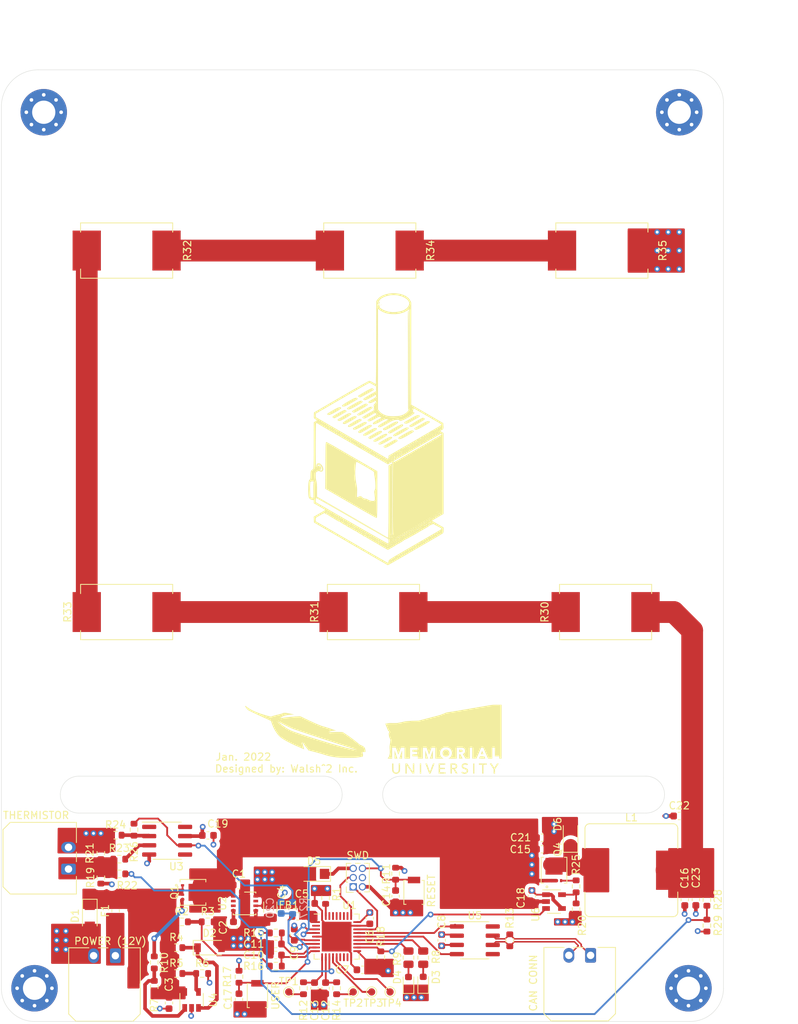
<source format=kicad_pcb>
(kicad_pcb (version 20171130) (host pcbnew "(5.1.8)-1")
  (layers (0 F.Cu signal) (1 In1.Cu power hide) (2 In2.Cu power hide) (31 B.Cu signal) (34 B.Paste user) (35 F.Paste user) (36 B.SilkS user) (37 F.SilkS user) (38 B.Mask user) (39 F.Mask user) (44 Edge.Cuts user))
  (net 0 "")
  (net 1 GND)
  (net 2 +12V)
  (net 3 "Net-(C2-Pad2)")
  (net 4 "Net-(C3-Pad2)")
  (net 5 +3V3)
  (net 6 +3.3VA)
  (net 7 /~SW_RESET)
  (net 8 /USER_SW)
  (net 9 /ANALOG_SPARE_2_FILT)
  (net 10 /ANALOG_SPARE_1_FILT)
  (net 11 "Net-(C16-Pad2)")
  (net 12 /THERM_OUTPUT_FILT_AI)
  (net 13 /BATT_VOLTAGE_FILT)
  (net 14 /BUCK_OUTPUT_FILT)
  (net 15 "Net-(D2-Pad1)")
  (net 16 "Net-(D3-Pad2)")
  (net 17 "Net-(D4-Pad2)")
  (net 18 "Net-(D5-Pad1)")
  (net 19 "Net-(D6-Pad1)")
  (net 20 "Net-(F1-Pad1)")
  (net 21 /CAN_P)
  (net 22 /CAN_N)
  (net 23 /SWDIO)
  (net 24 /SWCLK)
  (net 25 "Net-(J3-Pad4)")
  (net 26 "Net-(J4-Pad1)")
  (net 27 "Net-(Q1-Pad2)")
  (net 28 "Net-(Q4-Pad2)")
  (net 29 "Net-(R30-Pad2)")
  (net 30 "Net-(R31-Pad2)")
  (net 31 "Net-(R32-Pad2)")
  (net 32 "Net-(R32-Pad1)")
  (net 33 "Net-(R34-Pad2)")
  (net 34 "Net-(U1-Pad2)")
  (net 35 /PWM_SPARE_1)
  (net 36 /PWM_SPARE_2)
  (net 37 "Net-(U1-Pad15)")
  (net 38 "Net-(U1-Pad16)")
  (net 39 "Net-(U1-Pad17)")
  (net 40 /BUCK_PWM)
  (net 41 /LED_1)
  (net 42 /LED_2)
  (net 43 /CAN_UART_N)
  (net 44 /CAN_UART_P)
  (net 45 "Net-(U1-Pad29)")
  (net 46 "Net-(U1-Pad30)")
  (net 47 "Net-(U1-Pad31)")
  (net 48 "Net-(U1-Pad32)")
  (net 49 "Net-(U1-Pad33)")
  (net 50 "Net-(U1-Pad34)")
  (net 51 "Net-(U2-Pad2)")
  (net 52 "Net-(U2-Pad3)")
  (net 53 "Net-(U2-Pad7)")
  (net 54 "Net-(R26-Pad1)")
  (net 55 "Net-(R23-Pad1)")
  (net 56 "Net-(R24-Pad2)")
  (net 57 "Net-(R10-Pad2)")
  (net 58 "Net-(R5-Pad2)")
  (net 59 "Net-(U5-Pad5)")
  (net 60 "Net-(U5-Pad8)")
  (net 61 "Net-(R1-Pad1)")
  (net 62 /BATT_VOLTAGE_AI)
  (net 63 /ANALOG_SPARE_1)
  (net 64 /ANALOG_SPARE_2)
  (net 65 /BUCK_OUTPUT_AI)
  (net 66 "Net-(R20-Pad2)")
  (net 67 /THERM_OUTPUT_UNFILT_AI)
  (module customFootprints:woodStove_logo (layer F.Cu) (at 141.01572 75.35672)
    (fp_text reference G*** hide)
    (fp_text value LOGO hide)
  )
  (module Package_SO:SOIC-8_3.9x4.9mm_P1.27mm (layer F.Cu) (at 112.268 132.08)
    (fp_text reference U3 (at 1.27 3.556) (layer F.SilkS))
    (fp_text value Op07DRZ)
    (pad 1 smd roundrect (at -2.475 -1.905) (size 1.95 0.6) (layers F.Cu F.Paste F.Mask))
    (pad 2 smd roundrect (at -2.475 -0.635) (size 1.95 0.6) (layers F.Cu F.Paste F.Mask) (net 56 "Net-(R24-Pad2)"))
    (pad 3 smd roundrect (at -2.475 0.635) (size 1.95 0.6) (layers F.Cu F.Paste F.Mask) (net 55 "Net-(R23-Pad1)"))
    (pad 4 smd roundrect (at -2.475 1.905) (size 1.95 0.6) (layers F.Cu F.Paste F.Mask) (net 1 GND))
    (pad 5 smd roundrect (at 2.475 1.905) (size 1.95 0.6) (layers F.Cu F.Paste F.Mask))
    (pad 6 smd roundrect (at 2.475 0.635) (size 1.95 0.6) (layers F.Cu F.Paste F.Mask) (net 54 "Net-(R26-Pad1)"))
    (pad 7 smd roundrect (at 2.475 -0.635) (size 1.95 0.6) (layers F.Cu F.Paste F.Mask) (net 5 +3V3))
    (pad 8 smd roundrect (at 2.475 -1.905) (size 1.95 0.6) (layers F.Cu F.Paste F.Mask))
  )
  (module Resistor_SMD:R_0805_2012Metric (layer F.Cu) (at 145.542 148.1855 270)
    (fp_text reference R9 (at 0.1505 1.524 90) (layer F.SilkS))
    (fp_text value 30)
    (pad 2 smd roundrect (at 0.9125 0 270) (size 1.025 1.4) (layers F.Cu F.Paste F.Mask) (roundrect_rratio 0.2439014634146341) (net 17 "Net-(D4-Pad2)"))
    (pad 1 smd roundrect (at -0.9125 0 270) (size 1.025 1.4) (layers F.Cu F.Paste F.Mask) (roundrect_rratio 0.2439014634146341) (net 41 /LED_1))
  )
  (module Resistor_SMD:R_0805_2012Metric (layer F.Cu) (at 147.574 148.1855 270)
    (fp_text reference R8 (at -0.1035 -1.778 90) (layer F.SilkS))
    (fp_text value 270)
    (pad 2 smd roundrect (at 0.9125 0 270) (size 1.025 1.4) (layers F.Cu F.Paste F.Mask) (roundrect_rratio 0.2439014634146341) (net 16 "Net-(D3-Pad2)"))
    (pad 1 smd roundrect (at -0.9125 0 270) (size 1.025 1.4) (layers F.Cu F.Paste F.Mask) (roundrect_rratio 0.2439014634146341) (net 42 /LED_2))
  )
  (module MountingHole:MountingHole_3.2mm_M3_Pad_Via (layer F.Cu) (at 184.15 152.4)
    (fp_text reference REF** hide)
    (fp_text value MountingHole_3.2mm_M3_Pad_Via)
    (pad 1 thru_hole circle (at 1.697056 -1.697056) (size 0.8 0.8) (drill 0.5) (layers *.Cu *.Mask))
    (pad 1 thru_hole circle (at 0 -2.4) (size 0.8 0.8) (drill 0.5) (layers *.Cu *.Mask))
    (pad 1 thru_hole circle (at -1.697056 -1.697056) (size 0.8 0.8) (drill 0.5) (layers *.Cu *.Mask))
    (pad 1 thru_hole circle (at -2.4 0) (size 0.8 0.8) (drill 0.5) (layers *.Cu *.Mask))
    (pad 1 thru_hole circle (at -1.697056 1.697056) (size 0.8 0.8) (drill 0.5) (layers *.Cu *.Mask))
    (pad 1 thru_hole circle (at 0 2.4) (size 0.8 0.8) (drill 0.5) (layers *.Cu *.Mask))
    (pad 1 thru_hole circle (at 1.697056 1.697056) (size 0.8 0.8) (drill 0.5) (layers *.Cu *.Mask))
    (pad 1 thru_hole circle (at 2.4 0) (size 0.8 0.8) (drill 0.5) (layers *.Cu *.Mask))
    (pad 1 thru_hole circle (at 0 0) (size 6.4 6.4) (drill 3.2) (layers *.Cu *.Mask))
  )
  (module MountingHole:MountingHole_3.2mm_M3_Pad_Via (layer F.Cu) (at 93.98 152.4)
    (fp_text reference REF** hide)
    (fp_text value MountingHole_3.2mm_M3_Pad_Via)
    (pad 1 thru_hole circle (at 1.697056 -1.697056) (size 0.8 0.8) (drill 0.5) (layers *.Cu *.Mask))
    (pad 1 thru_hole circle (at 0 -2.4) (size 0.8 0.8) (drill 0.5) (layers *.Cu *.Mask))
    (pad 1 thru_hole circle (at -1.697056 -1.697056) (size 0.8 0.8) (drill 0.5) (layers *.Cu *.Mask))
    (pad 1 thru_hole circle (at -2.4 0) (size 0.8 0.8) (drill 0.5) (layers *.Cu *.Mask))
    (pad 1 thru_hole circle (at -1.697056 1.697056) (size 0.8 0.8) (drill 0.5) (layers *.Cu *.Mask))
    (pad 1 thru_hole circle (at 0 2.4) (size 0.8 0.8) (drill 0.5) (layers *.Cu *.Mask))
    (pad 1 thru_hole circle (at 1.697056 1.697056) (size 0.8 0.8) (drill 0.5) (layers *.Cu *.Mask))
    (pad 1 thru_hole circle (at 2.4 0) (size 0.8 0.8) (drill 0.5) (layers *.Cu *.Mask))
    (pad 1 thru_hole circle (at 0 0) (size 6.4 6.4) (drill 3.2) (layers *.Cu *.Mask))
  )
  (module MountingHole:MountingHole_3.2mm_M3_Pad_Via (layer F.Cu) (at 95.25 31.75)
    (fp_text reference REF** hide)
    (fp_text value MountingHole_3.2mm_M3_Pad_Via)
    (pad 1 thru_hole circle (at 0 0) (size 6.4 6.4) (drill 3.2) (layers *.Cu *.Mask))
    (pad 1 thru_hole circle (at 2.4 0) (size 0.8 0.8) (drill 0.5) (layers *.Cu *.Mask))
    (pad 1 thru_hole circle (at 1.697056 1.697056) (size 0.8 0.8) (drill 0.5) (layers *.Cu *.Mask))
    (pad 1 thru_hole circle (at 0 2.4) (size 0.8 0.8) (drill 0.5) (layers *.Cu *.Mask))
    (pad 1 thru_hole circle (at -1.697056 1.697056) (size 0.8 0.8) (drill 0.5) (layers *.Cu *.Mask))
    (pad 1 thru_hole circle (at -2.4 0) (size 0.8 0.8) (drill 0.5) (layers *.Cu *.Mask))
    (pad 1 thru_hole circle (at -1.697056 -1.697056) (size 0.8 0.8) (drill 0.5) (layers *.Cu *.Mask))
    (pad 1 thru_hole circle (at 0 -2.4) (size 0.8 0.8) (drill 0.5) (layers *.Cu *.Mask))
    (pad 1 thru_hole circle (at 1.697056 -1.697056) (size 0.8 0.8) (drill 0.5) (layers *.Cu *.Mask))
  )
  (module MountingHole:MountingHole_3.2mm_M3_Pad_Via (layer F.Cu) (at 182.88 31.75)
    (fp_text reference REF** hide)
    (fp_text value MountingHole_3.2mm_M3_Pad_Via)
    (pad 1 thru_hole circle (at 1.697056 -1.697056) (size 0.8 0.8) (drill 0.5) (layers *.Cu *.Mask))
    (pad 1 thru_hole circle (at 0 -2.4) (size 0.8 0.8) (drill 0.5) (layers *.Cu *.Mask))
    (pad 1 thru_hole circle (at -1.697056 -1.697056) (size 0.8 0.8) (drill 0.5) (layers *.Cu *.Mask))
    (pad 1 thru_hole circle (at -2.4 0) (size 0.8 0.8) (drill 0.5) (layers *.Cu *.Mask))
    (pad 1 thru_hole circle (at -1.697056 1.697056) (size 0.8 0.8) (drill 0.5) (layers *.Cu *.Mask))
    (pad 1 thru_hole circle (at 0 2.4) (size 0.8 0.8) (drill 0.5) (layers *.Cu *.Mask))
    (pad 1 thru_hole circle (at 1.697056 1.697056) (size 0.8 0.8) (drill 0.5) (layers *.Cu *.Mask))
    (pad 1 thru_hole circle (at 2.4 0) (size 0.8 0.8) (drill 0.5) (layers *.Cu *.Mask))
    (pad 1 thru_hole circle (at 0 0) (size 6.4 6.4) (drill 3.2) (layers *.Cu *.Mask))
  )
  (module downFeather:downFeather (layer F.Cu) (at 131.318 117.094 270)
    (fp_text reference G*** hide)
    (fp_text value LOGO hide)
  )
  (module flamingo2:munLogo (layer F.Cu) (at 150.368 118.11)
    (fp_text reference G*** hide)
    (fp_text value LOGO hide)
  )
  (module Capacitor_SMD:C_0603_1608Metric (layer F.Cu) (at 122.161 138.176)
    (fp_text reference C1 (at 0 -1.524) (layer F.SilkS))
    (fp_text value 1u)
    (pad 2 smd roundrect (at 0.775 0) (size 0.9 0.95) (layers F.Cu F.Paste F.Mask) (net 1 GND))
    (pad 1 smd roundrect (at -0.775 0) (size 0.9 0.95) (layers F.Cu F.Paste F.Mask) (net 2 +12V))
  )
  (module Capacitor_SMD:C_0603_1608Metric (layer F.Cu) (at 121.412 144.031 90)
    (fp_text reference C2 (at 0 -1.43 90) (layer F.SilkS))
    (fp_text value 0.1u)
    (pad 2 smd roundrect (at 0.775 0 90) (size 0.9 0.95) (layers F.Cu F.Paste F.Mask) (net 3 "Net-(C2-Pad2)"))
    (pad 1 smd roundrect (at -0.775 0 90) (size 0.9 0.95) (layers F.Cu F.Paste F.Mask) (net 1 GND))
  )
  (module Capacitor_SMD:C_0603_1608Metric (layer F.Cu) (at 112.522 154.432 90)
    (fp_text reference C3 (at 2.54 0 90) (layer F.SilkS))
    (fp_text value 0.1u)
    (pad 2 smd roundrect (at 0.775 0 90) (size 0.9 0.95) (layers F.Cu F.Paste F.Mask) (net 4 "Net-(C3-Pad2)"))
    (pad 1 smd roundrect (at -0.775 0 90) (size 0.9 0.95) (layers F.Cu F.Paste F.Mask) (net 1 GND))
  )
  (module Capacitor_SMD:C_1206_3216Metric (layer F.Cu) (at 126.492 141.224 90)
    (fp_text reference C4 (at 2.08788 1.56972 90) (layer F.SilkS))
    (fp_text value 10u)
    (pad 1 smd roundrect (at -1.475 0 90) (size 1.15 1.8) (layers F.Cu F.Paste F.Mask) (roundrect_rratio 0.2173904347826087) (net 1 GND))
    (pad 2 smd roundrect (at 1.475 0 90) (size 1.15 1.8) (layers F.Cu F.Paste F.Mask) (roundrect_rratio 0.2173904347826087) (net 5 +3V3))
  )
  (module Capacitor_SMD:C_0603_1608Metric (layer F.Cu) (at 131.839 140.716)
    (fp_text reference C5 (at -0.99852 -1.31572) (layer F.SilkS))
    (fp_text value 1u)
    (pad 1 smd roundrect (at -0.775 0) (size 0.9 0.95) (layers F.Cu F.Paste F.Mask) (net 5 +3V3))
    (pad 2 smd roundrect (at 0.775 0) (size 0.9 0.95) (layers F.Cu F.Paste F.Mask) (net 1 GND))
  )
  (module Capacitor_SMD:C_0603_1608Metric (layer F.Cu) (at 140.208 142.748 270)
    (fp_text reference C6 (at 2.54 0 90) (layer F.SilkS))
    (fp_text value 1u)
    (pad 1 smd roundrect (at -0.775 0 270) (size 0.9 0.95) (layers F.Cu F.Paste F.Mask) (net 5 +3V3))
    (pad 2 smd roundrect (at 0.775 0 270) (size 0.9 0.95) (layers F.Cu F.Paste F.Mask) (net 1 GND))
  )
  (module Capacitor_SMD:C_0603_1608Metric (layer F.Cu) (at 139.205 149.86 180)
    (fp_text reference C7 (at 2.807 0) (layer F.SilkS))
    (fp_text value 1u)
    (pad 2 smd roundrect (at 0.775 0 180) (size 0.9 0.95) (layers F.Cu F.Paste F.Mask) (net 1 GND))
    (pad 1 smd roundrect (at -0.775 0 180) (size 0.9 0.95) (layers F.Cu F.Paste F.Mask) (net 5 +3V3))
  )
  (module Capacitor_SMD:C_0603_1608Metric (layer F.Cu) (at 150.114 145.783 270)
    (fp_text reference C8 (at -2.54 0 90) (layer F.SilkS))
    (fp_text value 1u)
    (pad 1 smd roundrect (at -0.775 0 270) (size 0.9 0.95) (layers F.Cu F.Paste F.Mask) (net 1 GND))
    (pad 2 smd roundrect (at 0.775 0 270) (size 0.9 0.95) (layers F.Cu F.Paste F.Mask) (net 5 +3V3))
  )
  (module Capacitor_SMD:C_0603_1608Metric (layer F.Cu) (at 129.794 145.021 90)
    (fp_text reference C9 (at -2.54 0 90) (layer F.SilkS))
    (fp_text value 1u)
    (pad 1 smd roundrect (at -0.775 0 90) (size 0.9 0.95) (layers F.Cu F.Paste F.Mask) (net 6 +3.3VA))
    (pad 2 smd roundrect (at 0.775 0 90) (size 0.9 0.95) (layers F.Cu F.Paste F.Mask) (net 1 GND))
  )
  (module Capacitor_SMD:C_0603_1608Metric (layer F.Cu) (at 127.254 147.828)
    (fp_text reference C10 (at -3.048 0) (layer F.SilkS))
    (fp_text value 0.1u)
    (pad 2 smd roundrect (at 0.775 0) (size 0.9 0.95) (layers F.Cu F.Paste F.Mask) (net 13 /BATT_VOLTAGE_FILT))
    (pad 1 smd roundrect (at -0.775 0) (size 0.9 0.95) (layers F.Cu F.Paste F.Mask) (net 1 GND))
  )
  (module Capacitor_SMD:C_0603_1608Metric (layer F.Cu) (at 127.254 146.304)
    (fp_text reference C11 (at -3.048 0) (layer F.SilkS))
    (fp_text value 0.1u)
    (pad 1 smd roundrect (at -0.775 0) (size 0.9 0.95) (layers F.Cu F.Paste F.Mask) (net 1 GND))
    (pad 2 smd roundrect (at 0.775 0) (size 0.9 0.95) (layers F.Cu F.Paste F.Mask) (net 14 /BUCK_OUTPUT_FILT))
  )
  (module Capacitor_SMD:C_0603_1608Metric (layer F.Cu) (at 134.112 152.4 90)
    (fp_text reference C12 (at -3.048 0 90) (layer F.SilkS))
    (fp_text value 0.1u)
    (pad 2 smd roundrect (at 0.775 0 90) (size 0.9 0.95) (layers F.Cu F.Paste F.Mask) (net 9 /ANALOG_SPARE_2_FILT))
    (pad 1 smd roundrect (at -0.775 0 90) (size 0.9 0.95) (layers F.Cu F.Paste F.Mask) (net 1 GND))
  )
  (module Capacitor_SMD:C_0603_1608Metric (layer F.Cu) (at 132.588 152.4 90)
    (fp_text reference C13 (at -3.048 0 90) (layer F.SilkS))
    (fp_text value 0.1u)
    (pad 1 smd roundrect (at -0.775 0 90) (size 0.9 0.95) (layers F.Cu F.Paste F.Mask) (net 1 GND))
    (pad 2 smd roundrect (at 0.775 0 90) (size 0.9 0.95) (layers F.Cu F.Paste F.Mask) (net 10 /ANALOG_SPARE_1_FILT))
  )
  (module Capacitor_SMD:C_0603_1608Metric (layer F.Cu) (at 143.764 139.713 90)
    (fp_text reference C14 (at 0.013 -1.27 90) (layer F.SilkS))
    (fp_text value 0.1u)
    (pad 1 smd roundrect (at -0.775 0 90) (size 0.9 0.95) (layers F.Cu F.Paste F.Mask) (net 1 GND))
    (pad 2 smd roundrect (at 0.775 0 90) (size 0.9 0.95) (layers F.Cu F.Paste F.Mask) (net 7 /~SW_RESET))
  )
  (module Capacitor_SMD:C_0603_1608Metric (layer F.Cu) (at 163.9824 133.2484)
    (fp_text reference C15 (at -3.0226 0.0254) (layer F.SilkS))
    (fp_text value 1u)
    (pad 2 smd roundrect (at 0.775 0) (size 0.9 0.95) (layers F.Cu F.Paste F.Mask) (net 1 GND))
    (pad 1 smd roundrect (at -0.775 0) (size 0.9 0.95) (layers F.Cu F.Paste F.Mask) (net 2 +12V))
  )
  (module Capacitor_SMD:C_0603_1608Metric (layer F.Cu) (at 183.642 140.221 90)
    (fp_text reference C16 (at 2.9848 -0.0254 90) (layer F.SilkS))
    (fp_text value 1u)
    (pad 2 smd roundrect (at 0.775 0 90) (size 0.9 0.95) (layers F.Cu F.Paste F.Mask) (net 11 "Net-(C16-Pad2)"))
    (pad 1 smd roundrect (at -0.775 0 90) (size 0.9 0.95) (layers F.Cu F.Paste F.Mask) (net 1 GND))
  )
  (module Capacitor_SMD:C_0603_1608Metric (layer F.Cu) (at 122.174 153.924 90)
    (fp_text reference C17 (at 0 -1.524 90) (layer F.SilkS))
    (fp_text value 0.1u)
    (pad 2 smd roundrect (at 0.775 0 90) (size 0.9 0.95) (layers F.Cu F.Paste F.Mask) (net 8 /USER_SW))
    (pad 1 smd roundrect (at -0.775 0 90) (size 0.9 0.95) (layers F.Cu F.Paste F.Mask) (net 1 GND))
  )
  (module Capacitor_SMD:C_0603_1608Metric (layer F.Cu) (at 162.56 139.7 270)
    (fp_text reference C18 (at 0.254 1.524 90) (layer F.SilkS))
    (fp_text value 0.1u)
    (pad 1 smd roundrect (at -0.775 0 270) (size 0.9 0.95) (layers F.Cu F.Paste F.Mask) (net 1 GND))
    (pad 2 smd roundrect (at 0.775 0 270) (size 0.9 0.95) (layers F.Cu F.Paste F.Mask) (net 2 +12V))
  )
  (module Capacitor_SMD:C_0603_1608Metric (layer F.Cu) (at 117.88902 131.34594)
    (fp_text reference C19 (at 1.36098 -1.59594) (layer F.SilkS))
    (fp_text value 1u)
    (pad 1 smd roundrect (at -0.775 0) (size 0.9 0.95) (layers F.Cu F.Paste F.Mask) (net 5 +3V3))
    (pad 2 smd roundrect (at 0.775 0) (size 0.9 0.95) (layers F.Cu F.Paste F.Mask) (net 1 GND))
  )
  (module Capacitor_SMD:C_0603_1608Metric (layer B.Cu) (at 127.9906 141.3256 270)
    (fp_text reference C20 (at 0.013 1.524 90) (layer B.SilkS) (effects (justify mirror)))
    (fp_text value 0.1u)
    (pad 1 smd roundrect (at -0.775 0 270) (size 0.9 0.95) (layers B.Cu B.Paste B.Mask) (net 1 GND))
    (pad 2 smd roundrect (at 0.775 0 270) (size 0.9 0.95) (layers B.Cu B.Paste B.Mask) (net 12 /THERM_OUTPUT_FILT_AI))
  )
  (module Diode_SMD:D_SMF (layer F.Cu) (at 101.6 142.42 270)
    (fp_text reference D1 (at 0 2.032 90) (layer F.SilkS))
    (fp_text value V3FL45)
    (pad 1 smd rect (at -1.45 0 270) (size 1.3 1.4) (layers F.Cu F.Paste F.Mask) (net 4 "Net-(C3-Pad2)"))
    (pad 2 smd rect (at 1.45 0 270) (size 1.3 1.4) (layers F.Cu F.Paste F.Mask) (net 1 GND))
  )
  (module Diode_SMD:D_SOD-123 (layer F.Cu) (at 118.11 146.812)
    (fp_text reference D2 (at 0 -2) (layer F.SilkS))
    (fp_text value 5.6V)
    (pad 1 smd rect (at -1.65 0) (size 0.9 1.2) (layers F.Cu F.Paste F.Mask) (net 15 "Net-(D2-Pad1)"))
    (pad 2 smd rect (at 1.65 0) (size 0.9 1.2) (layers F.Cu F.Paste F.Mask) (net 1 GND))
  )
  (module LED_SMD:LED_0603_1608Metric (layer F.Cu) (at 147.574 151.6125 90)
    (fp_text reference D3 (at 0.7365 1.778 90) (layer F.SilkS))
    (fp_text value RED)
    (pad 1 smd roundrect (at -0.7875 0 90) (size 0.875 0.95) (layers F.Cu F.Paste F.Mask) (net 1 GND))
    (pad 2 smd roundrect (at 0.7875 0 90) (size 0.875 0.95) (layers F.Cu F.Paste F.Mask) (net 16 "Net-(D3-Pad2)"))
  )
  (module LED_SMD:LED_0603_1608Metric (layer F.Cu) (at 145.542 151.638 90)
    (fp_text reference D4 (at 0.762 -1.524 90) (layer F.SilkS))
    (fp_text value GREEN)
    (pad 2 smd roundrect (at 0.7875 0 90) (size 0.875 0.95) (layers F.Cu F.Paste F.Mask) (net 17 "Net-(D4-Pad2)"))
    (pad 1 smd roundrect (at -0.7875 0 90) (size 0.875 0.95) (layers F.Cu F.Paste F.Mask) (net 1 GND))
  )
  (module Diode_SMD:D_SMF (layer F.Cu) (at 132.514 136.652 180)
    (fp_text reference D5 (at 0 1.778) (layer F.SilkS))
    (fp_text value V3FL45)
    (pad 1 smd rect (at -1.45 0 180) (size 1.3 1.4) (layers F.Cu F.Paste F.Mask) (net 18 "Net-(D5-Pad1)"))
    (pad 2 smd rect (at 1.45 0 180) (size 1.3 1.4) (layers F.Cu F.Paste F.Mask) (net 5 +3V3))
  )
  (module Diode_SMD:D_SMF (layer F.Cu) (at 167.894 131.392 90)
    (fp_text reference D6 (at 1.598 -1.778 90) (layer F.SilkS))
    (fp_text value V3FL45)
    (pad 1 smd rect (at -1.45 0 90) (size 1.3 1.4) (layers F.Cu F.Paste F.Mask) (net 19 "Net-(D6-Pad1)"))
    (pad 2 smd rect (at 1.45 0 90) (size 1.3 1.4) (layers F.Cu F.Paste F.Mask) (net 1 GND))
  )
  (module Fuse:Fuse_0603_1608Metric (layer F.Cu) (at 105.156 141.732 90)
    (fp_text reference F1 (at 0 -1.43 90) (layer F.SilkS))
    (fp_text value 3A)
    (pad 1 smd roundrect (at -0.7875 0 90) (size 0.875 0.95) (layers F.Cu F.Paste F.Mask) (net 20 "Net-(F1-Pad1)"))
    (pad 2 smd roundrect (at 0.7875 0 90) (size 0.875 0.95) (layers F.Cu F.Paste F.Mask) (net 4 "Net-(C3-Pad2)"))
  )
  (module Inductor_SMD:L_0603_1608Metric (layer F.Cu) (at 130.302 142.494)
    (fp_text reference FB1 (at -1.27 -1.524) (layer F.SilkS))
    (fp_text value FB)
    (pad 1 smd roundrect (at -0.7875 0) (size 0.875 0.95) (layers F.Cu F.Paste F.Mask) (net 6 +3.3VA))
    (pad 2 smd roundrect (at 0.7875 0) (size 0.875 0.95) (layers F.Cu F.Paste F.Mask) (net 5 +3V3))
  )
  (module Connector_Molex:Molex_Micro-Fit_3.0_43650-0200_1x02_P3.00mm_Horizontal (layer F.Cu) (at 105.12552 147.91436 180)
    (fp_text reference "POWER (12V)" (at 0.69088 2.0066) (layer F.SilkS))
    (fp_text value POWER)
    (pad "" np_thru_hole circle (at 1.5 -4.32 180) (size 3 3) (drill 3) (layers *.Cu *.Mask))
    (pad 1 thru_hole roundrect (at 0 0 180) (size 1.5 2.02) (drill 1.02) (layers *.Cu *.Mask) (roundrect_rratio 0.1666666666666667) (net 20 "Net-(F1-Pad1)"))
    (pad 2 thru_hole oval (at 3 0 180) (size 1.5 2.02) (drill 1.02) (layers *.Cu *.Mask) (net 1 GND))
  )
  (module Connector_Molex:Molex_Micro-Fit_3.0_43650-0200_1x02_P3.00mm_Horizontal (layer F.Cu) (at 170.65244 147.86864 180)
    (fp_text reference "CAN CONN" (at 7.9008 -3.812 270) (layer F.SilkS))
    (fp_text value CAN_CONN)
    (pad 2 thru_hole oval (at 3 0 180) (size 1.5 2.02) (drill 1.02) (layers *.Cu *.Mask) (net 22 /CAN_N))
    (pad 1 thru_hole roundrect (at 0 0 180) (size 1.5 2.02) (drill 1.02) (layers *.Cu *.Mask) (roundrect_rratio 0.1666666666666667) (net 21 /CAN_P))
    (pad "" np_thru_hole circle (at 1.5 -4.32 180) (size 3 3) (drill 3) (layers *.Cu *.Mask))
  )
  (module Connector_PinSocket_1.27mm:PinSocket_2x03_P1.27mm_Vertical (layer F.Cu) (at 137.922 138.43 180)
    (fp_text reference SWD (at -0.635 4.318) (layer F.SilkS))
    (fp_text value SWD)
    (pad 1 thru_hole rect (at 0 0 180) (size 1 1) (drill 0.7) (layers *.Cu *.Mask) (net 23 /SWDIO))
    (pad 2 thru_hole oval (at -1.27 0 180) (size 1 1) (drill 0.7) (layers *.Cu *.Mask) (net 1 GND))
    (pad 3 thru_hole oval (at 0 1.27 180) (size 1 1) (drill 0.7) (layers *.Cu *.Mask) (net 24 /SWCLK))
    (pad 4 thru_hole oval (at -1.27 1.27 180) (size 1 1) (drill 0.7) (layers *.Cu *.Mask) (net 25 "Net-(J3-Pad4)"))
    (pad 5 thru_hole oval (at 0 2.54 180) (size 1 1) (drill 0.7) (layers *.Cu *.Mask) (net 18 "Net-(D5-Pad1)"))
    (pad 6 thru_hole oval (at -1.27 2.54 180) (size 1 1) (drill 0.7) (layers *.Cu *.Mask) (net 7 /~SW_RESET))
  )
  (module Connector_Molex:Molex_Micro-Fit_3.0_43650-0200_1x02_P3.00mm_Horizontal (layer F.Cu) (at 98.66376 135.98652 90)
    (fp_text reference THERMISTOR (at 7.40156 -4.46532 180) (layer F.SilkS))
    (fp_text value THERM_CONN)
    (pad "" np_thru_hole circle (at 1.5 -4.32 90) (size 3 3) (drill 3) (layers *.Cu *.Mask))
    (pad 1 thru_hole roundrect (at 0 0 90) (size 1.5 2.02) (drill 1.02) (layers *.Cu *.Mask) (roundrect_rratio 0.1666666666666667) (net 26 "Net-(J4-Pad1)"))
    (pad 2 thru_hole oval (at 3 0 90) (size 1.5 2.02) (drill 1.02) (layers *.Cu *.Mask) (net 1 GND))
  )
  (module Inductor_SMD:L_Bourns_SRR1260 (layer F.Cu) (at 176.276 136.144)
    (fp_text reference L1 (at 0 -7.25) (layer F.SilkS))
    (fp_text value 68uH)
    (pad 1 smd rect (at -4.85 0) (size 2.9 5.4) (layers F.Cu F.Paste F.Mask) (net 19 "Net-(D6-Pad1)"))
    (pad 2 smd rect (at 4.85 0) (size 2.9 5.4) (layers F.Cu F.Paste F.Mask) (net 11 "Net-(C16-Pad2)"))
  )
  (module customFootprints:SISS05DN-T1-GE3 (layer F.Cu) (at 115.824 139.192)
    (fp_text reference Q1 (at -2.54 0 90) (layer F.SilkS))
    (fp_text value Q_PMOS_DGS hide)
    (fp_poly (pts (xy -0.558902 -1.12649) (xy 1.650901 -1.127379) (xy 1.650901 -0.822579) (xy 1.244501 -0.822579) (xy 1.244501 -0.477393) (xy 1.650901 -0.477393) (xy 1.650901 -0.172593) (xy 1.244501 -0.172593) (xy 1.244501 0.172593) (xy 1.650901 0.172593) (xy 1.650901 0.477393) (xy 1.244501 0.477393) (xy 1.244501 0.822579) (xy 1.650901 0.822579) (xy 1.650901 1.127379) (xy -0.558902 1.12649)) (layer F.Cu) (width 0.1))
    (pad 1 smd rect (at 1.447701 -0.974979) (size 0.4064 0.3048) (layers F.Cu F.Paste F.Mask) (net 2 +12V))
    (pad 1 smd rect (at 1.447701 -0.324993) (size 0.4064 0.3048) (layers F.Cu F.Paste F.Mask) (net 2 +12V))
    (pad 1 smd rect (at 1.447701 0.324993) (size 0.4064 0.3048) (layers F.Cu F.Paste F.Mask) (net 2 +12V))
    (pad 1 smd rect (at 1.447701 0.974979) (size 0.4064 0.3048) (layers F.Cu F.Paste F.Mask) (net 2 +12V))
    (pad 2 smd rect (at -1.435001 0.974979) (size 0.4318 0.3048) (layers F.Cu F.Paste F.Mask) (net 27 "Net-(Q1-Pad2)"))
    (pad 3 smd rect (at -1.435001 0.324993) (size 0.4318 0.3048) (layers F.Cu F.Paste F.Mask) (net 4 "Net-(C3-Pad2)"))
    (pad 3 smd rect (at -1.435001 -0.324993) (size 0.4318 0.3048) (layers F.Cu F.Paste F.Mask) (net 4 "Net-(C3-Pad2)"))
    (pad 3 smd rect (at -1.435001 -0.974979) (size 0.4318 0.3048) (layers F.Cu F.Paste F.Mask) (net 4 "Net-(C3-Pad2)"))
  )
  (module customFootprints:SISS05DN-T1-GE3 (layer F.Cu) (at 165.608 136.144 90)
    (fp_text reference Q4 (at 2.8702 0.5334 270) (layer F.SilkS))
    (fp_text value Q_PMOS_DGS hide)
    (fp_poly (pts (xy -0.558902 -1.12649) (xy 1.650901 -1.127379) (xy 1.650901 -0.822579) (xy 1.244501 -0.822579) (xy 1.244501 -0.477393) (xy 1.650901 -0.477393) (xy 1.650901 -0.172593) (xy 1.244501 -0.172593) (xy 1.244501 0.172593) (xy 1.650901 0.172593) (xy 1.650901 0.477393) (xy 1.244501 0.477393) (xy 1.244501 0.822579) (xy 1.650901 0.822579) (xy 1.650901 1.127379) (xy -0.558902 1.12649)) (layer F.Cu) (width 0.1))
    (pad 1 smd rect (at 1.447701 -0.974979 90) (size 0.4064 0.3048) (layers F.Cu F.Paste F.Mask) (net 19 "Net-(D6-Pad1)"))
    (pad 1 smd rect (at 1.447701 -0.324993 90) (size 0.4064 0.3048) (layers F.Cu F.Paste F.Mask) (net 19 "Net-(D6-Pad1)"))
    (pad 1 smd rect (at 1.447701 0.324993 90) (size 0.4064 0.3048) (layers F.Cu F.Paste F.Mask) (net 19 "Net-(D6-Pad1)"))
    (pad 1 smd rect (at 1.447701 0.974979 90) (size 0.4064 0.3048) (layers F.Cu F.Paste F.Mask) (net 19 "Net-(D6-Pad1)"))
    (pad 2 smd rect (at -1.435001 0.974979 90) (size 0.4318 0.3048) (layers F.Cu F.Paste F.Mask) (net 28 "Net-(Q4-Pad2)"))
    (pad 3 smd rect (at -1.435001 0.324993 90) (size 0.4318 0.3048) (layers F.Cu F.Paste F.Mask) (net 2 +12V))
    (pad 3 smd rect (at -1.435001 -0.324993 90) (size 0.4318 0.3048) (layers F.Cu F.Paste F.Mask) (net 2 +12V))
    (pad 3 smd rect (at -1.435001 -0.974979 90) (size 0.4318 0.3048) (layers F.Cu F.Paste F.Mask) (net 2 +12V))
  )
  (module Resistor_SMD:R_0603_1608Metric (layer F.Cu) (at 134.112 139.954 90)
    (fp_text reference R1 (at 0.508 1.524 90) (layer F.SilkS))
    (fp_text value 1k)
    (pad 2 smd roundrect (at 0.825 0 90) (size 0.8 0.95) (layers F.Cu F.Paste F.Mask) (net 1 GND))
    (pad 1 smd roundrect (at -0.825 0 90) (size 0.8 0.95) (layers F.Cu F.Paste F.Mask) (net 61 "Net-(R1-Pad1)"))
  )
  (module Resistor_SMD:R_0603_1608Metric (layer F.Cu) (at 114.3 143.256)
    (fp_text reference R2 (at 0 -1.43) (layer F.SilkS))
    (fp_text value 3k)
    (pad 2 smd roundrect (at 0.825 0) (size 0.8 0.95) (layers F.Cu F.Paste F.Mask) (net 62 /BATT_VOLTAGE_AI))
    (pad 1 smd roundrect (at -0.825 0) (size 0.8 0.95) (layers F.Cu F.Paste F.Mask) (net 4 "Net-(C3-Pad2)"))
  )
  (module Resistor_SMD:R_0603_1608Metric (layer F.Cu) (at 117.856 143.256)
    (fp_text reference R3 (at 0 -1.43) (layer F.SilkS))
    (fp_text value 1k)
    (pad 1 smd roundrect (at -0.825 0) (size 0.8 0.95) (layers F.Cu F.Paste F.Mask) (net 62 /BATT_VOLTAGE_AI))
    (pad 2 smd roundrect (at 0.825 0) (size 0.8 0.95) (layers F.Cu F.Paste F.Mask) (net 1 GND))
  )
  (module Resistor_SMD:R_0603_1608Metric (layer F.Cu) (at 113.538 146.812)
    (fp_text reference R4 (at 0 -1.43) (layer F.SilkS))
    (fp_text value 1k)
    (pad 1 smd roundrect (at -0.825 0) (size 0.8 0.95) (layers F.Cu F.Paste F.Mask) (net 4 "Net-(C3-Pad2)"))
    (pad 2 smd roundrect (at 0.825 0) (size 0.8 0.95) (layers F.Cu F.Paste F.Mask) (net 15 "Net-(D2-Pad1)"))
  )
  (module Resistor_SMD:R_0603_1608Metric (layer F.Cu) (at 113.538 150.368)
    (fp_text reference R5 (at 0 -1.43) (layer F.SilkS))
    (fp_text value 1k)
    (pad 2 smd roundrect (at 0.825 0) (size 0.8 0.95) (layers F.Cu F.Paste F.Mask) (net 58 "Net-(R5-Pad2)"))
    (pad 1 smd roundrect (at -0.825 0) (size 0.8 0.95) (layers F.Cu F.Paste F.Mask) (net 4 "Net-(C3-Pad2)"))
  )
  (module Resistor_SMD:R_0603_1608Metric (layer F.Cu) (at 117.094 150.368)
    (fp_text reference R6 (at 0 -1.43) (layer F.SilkS))
    (fp_text value 1k)
    (pad 1 smd roundrect (at -0.825 0) (size 0.8 0.95) (layers F.Cu F.Paste F.Mask) (net 58 "Net-(R5-Pad2)"))
    (pad 2 smd roundrect (at 0.825 0) (size 0.8 0.95) (layers F.Cu F.Paste F.Mask) (net 1 GND))
  )
  (module Resistor_SMD:R_0603_1608Metric (layer F.Cu) (at 110.49 152.209 90)
    (fp_text reference R7 (at -2.54 0 90) (layer F.SilkS))
    (fp_text value 1k)
    (pad 1 smd roundrect (at -0.825 0 90) (size 0.8 0.95) (layers F.Cu F.Paste F.Mask) (net 4 "Net-(C3-Pad2)"))
    (pad 2 smd roundrect (at 0.825 0 90) (size 0.8 0.95) (layers F.Cu F.Paste F.Mask) (net 57 "Net-(R10-Pad2)"))
  )
  (module Resistor_SMD:R_0603_1608Metric (layer F.Cu) (at 110.49 148.844 270)
    (fp_text reference R10 (at 0.0254 -1.3716 90) (layer F.SilkS))
    (fp_text value 10)
    (pad 1 smd roundrect (at -0.825 0 270) (size 0.8 0.95) (layers F.Cu F.Paste F.Mask) (net 27 "Net-(Q1-Pad2)"))
    (pad 2 smd roundrect (at 0.825 0 270) (size 0.8 0.95) (layers F.Cu F.Paste F.Mask) (net 57 "Net-(R10-Pad2)"))
  )
  (module Resistor_SMD:R_0603_1608Metric (layer F.Cu) (at 143.764 136.620601 270)
    (fp_text reference R11 (at 0.031399 1.27 90) (layer F.SilkS))
    (fp_text value 1k)
    (pad 2 smd roundrect (at 0.825 0 270) (size 0.8 0.95) (layers F.Cu F.Paste F.Mask) (net 7 /~SW_RESET))
    (pad 1 smd roundrect (at -0.825 0 270) (size 0.8 0.95) (layers F.Cu F.Paste F.Mask) (net 5 +3V3))
  )
  (module Resistor_SMD:R_0603_1608Metric (layer F.Cu) (at 131.064 152.4 90)
    (fp_text reference R12 (at -3.048 0 90) (layer F.SilkS))
    (fp_text value 1k)
    (pad 2 smd roundrect (at 0.825 0 90) (size 0.8 0.95) (layers F.Cu F.Paste F.Mask) (net 10 /ANALOG_SPARE_1_FILT))
    (pad 1 smd roundrect (at -0.825 0 90) (size 0.8 0.95) (layers F.Cu F.Paste F.Mask) (net 63 /ANALOG_SPARE_1))
  )
  (module Resistor_SMD:R_0603_1608Metric (layer F.Cu) (at 159.512 145.796 90)
    (fp_text reference R13 (at 3.048 0 90) (layer F.SilkS))
    (fp_text value 120)
    (pad 1 smd roundrect (at -0.825 0 90) (size 0.8 0.95) (layers F.Cu F.Paste F.Mask) (net 22 /CAN_N))
    (pad 2 smd roundrect (at 0.825 0 90) (size 0.8 0.95) (layers F.Cu F.Paste F.Mask) (net 21 /CAN_P))
  )
  (module Resistor_SMD:R_0603_1608Metric (layer F.Cu) (at 135.636 152.4 90)
    (fp_text reference R14 (at -3.048 0 90) (layer F.SilkS))
    (fp_text value 1k)
    (pad 1 smd roundrect (at -0.825 0 90) (size 0.8 0.95) (layers F.Cu F.Paste F.Mask) (net 64 /ANALOG_SPARE_2))
    (pad 2 smd roundrect (at 0.825 0 90) (size 0.8 0.95) (layers F.Cu F.Paste F.Mask) (net 9 /ANALOG_SPARE_2_FILT))
  )
  (module Resistor_SMD:R_0603_1608Metric (layer F.Cu) (at 127.254 144.78)
    (fp_text reference R15 (at -3.048 0) (layer F.SilkS))
    (fp_text value 1k)
    (pad 2 smd roundrect (at 0.825 0) (size 0.8 0.95) (layers F.Cu F.Paste F.Mask) (net 14 /BUCK_OUTPUT_FILT))
    (pad 1 smd roundrect (at -0.825 0) (size 0.8 0.95) (layers F.Cu F.Paste F.Mask) (net 65 /BUCK_OUTPUT_AI))
  )
  (module Resistor_SMD:R_0603_1608Metric (layer F.Cu) (at 127.254 149.352)
    (fp_text reference R16 (at -3.048 0) (layer F.SilkS))
    (fp_text value 1k)
    (pad 2 smd roundrect (at 0.825 0) (size 0.8 0.95) (layers F.Cu F.Paste F.Mask) (net 13 /BATT_VOLTAGE_FILT))
    (pad 1 smd roundrect (at -0.825 0) (size 0.8 0.95) (layers F.Cu F.Paste F.Mask) (net 62 /BATT_VOLTAGE_AI))
  )
  (module Resistor_SMD:R_0603_1608Metric (layer F.Cu) (at 122.174 150.813 270)
    (fp_text reference R17 (at 0 1.618 90) (layer F.SilkS))
    (fp_text value 1k)
    (pad 2 smd roundrect (at 0.825 0 270) (size 0.8 0.95) (layers F.Cu F.Paste F.Mask) (net 8 /USER_SW))
    (pad 1 smd roundrect (at -0.825 0 270) (size 0.8 0.95) (layers F.Cu F.Paste F.Mask) (net 5 +3V3))
  )
  (module Resistor_SMD:R_0603_1608Metric (layer F.Cu) (at 141.732 148.145 90)
    (fp_text reference R18 (at 2.857 0 90) (layer F.SilkS))
    (fp_text value 1k)
    (pad 2 smd roundrect (at 0.825 0 90) (size 0.8 0.95) (layers F.Cu F.Paste F.Mask) (net 40 /BUCK_PWM))
    (pad 1 smd roundrect (at -0.825 0 90) (size 0.8 0.95) (layers F.Cu F.Paste F.Mask) (net 5 +3V3))
  )
  (module Resistor_SMD:R_0603_1608Metric (layer F.Cu) (at 103.124 137.16 90)
    (fp_text reference R19 (at 0 -1.43 90) (layer F.SilkS))
    (fp_text value 3k)
    (pad 2 smd roundrect (at 0.825 0 90) (size 0.8 0.95) (layers F.Cu F.Paste F.Mask) (net 26 "Net-(J4-Pad1)"))
    (pad 1 smd roundrect (at -0.825 0 90) (size 0.8 0.95) (layers F.Cu F.Paste F.Mask) (net 5 +3V3))
  )
  (module Resistor_SMD:R_0603_1608Metric (layer F.Cu) (at 168.656 141.541 90)
    (fp_text reference R20 (at -2.209 0.844 270) (layer F.SilkS))
    (fp_text value 1k)
    (pad 1 smd roundrect (at -0.825 0 90) (size 0.8 0.95) (layers F.Cu F.Paste F.Mask) (net 2 +12V))
    (pad 2 smd roundrect (at 0.825 0 90) (size 0.8 0.95) (layers F.Cu F.Paste F.Mask) (net 66 "Net-(R20-Pad2)"))
  )
  (module Resistor_SMD:R_0603_1608Metric (layer F.Cu) (at 103.124 133.795 270)
    (fp_text reference R21 (at 0 1.524 90) (layer F.SilkS))
    (fp_text value 10k)
    (pad 1 smd roundrect (at -0.825 0 270) (size 0.8 0.95) (layers F.Cu F.Paste F.Mask) (net 1 GND))
    (pad 2 smd roundrect (at 0.825 0 270) (size 0.8 0.95) (layers F.Cu F.Paste F.Mask) (net 26 "Net-(J4-Pad1)"))
  )
  (module Resistor_SMD:R_0603_1608Metric (layer F.Cu) (at 105.664 136.652 180)
    (fp_text reference R22 (at -1.086 -1.598) (layer F.SilkS))
    (fp_text value 0)
    (pad 2 smd roundrect (at 0.825 0 180) (size 0.8 0.95) (layers F.Cu F.Paste F.Mask) (net 26 "Net-(J4-Pad1)"))
    (pad 1 smd roundrect (at -0.825 0 180) (size 0.8 0.95) (layers F.Cu F.Paste F.Mask) (net 67 /THERM_OUTPUT_UNFILT_AI))
  )
  (module Resistor_SMD:R_0603_1608Metric (layer F.Cu) (at 105.664 134.62 180)
    (fp_text reference R23 (at 0 1.524) (layer F.SilkS))
    (fp_text value 0)
    (pad 1 smd roundrect (at -0.825 0 180) (size 0.8 0.95) (layers F.Cu F.Paste F.Mask) (net 55 "Net-(R23-Pad1)"))
    (pad 2 smd roundrect (at 0.825 0 180) (size 0.8 0.95) (layers F.Cu F.Paste F.Mask) (net 26 "Net-(J4-Pad1)"))
  )
  (module Resistor_SMD:R_0603_1608Metric (layer F.Cu) (at 105.156 131.318)
    (fp_text reference R24 (at 0 -1.43) (layer F.SilkS))
    (fp_text value 0)
    (pad 2 smd roundrect (at 0.825 0) (size 0.8 0.95) (layers F.Cu F.Paste F.Mask) (net 56 "Net-(R24-Pad2)"))
    (pad 1 smd roundrect (at -0.825 0) (size 0.8 0.95) (layers F.Cu F.Paste F.Mask) (net 1 GND))
  )
  (module Resistor_SMD:R_0603_1608Metric (layer F.Cu) (at 168.656 138.367 90)
    (fp_text reference R25 (at 2.985 0 90) (layer F.SilkS))
    (fp_text value 10)
    (pad 1 smd roundrect (at -0.825 0 90) (size 0.8 0.95) (layers F.Cu F.Paste F.Mask) (net 66 "Net-(R20-Pad2)"))
    (pad 2 smd roundrect (at 0.825 0 90) (size 0.8 0.95) (layers F.Cu F.Paste F.Mask) (net 28 "Net-(Q4-Pad2)"))
  )
  (module Resistor_SMD:R_0603_1608Metric (layer F.Cu) (at 107.696 130.556 270)
    (fp_text reference R26 (at 3.048 0 90) (layer F.SilkS))
    (fp_text value 0)
    (pad 1 smd roundrect (at -0.825 0 270) (size 0.8 0.95) (layers F.Cu F.Paste F.Mask) (net 54 "Net-(R26-Pad1)"))
    (pad 2 smd roundrect (at 0.825 0 270) (size 0.8 0.95) (layers F.Cu F.Paste F.Mask) (net 56 "Net-(R24-Pad2)"))
  )
  (module Resistor_SMD:R_0603_1608Metric (layer B.Cu) (at 129.5654 141.34084 90)
    (fp_text reference R27 (at 0 1.524 90) (layer B.SilkS) (effects (justify mirror)))
    (fp_text value 1k)
    (pad 1 smd roundrect (at -0.825 0 90) (size 0.8 0.95) (layers B.Cu B.Paste B.Mask) (net 12 /THERM_OUTPUT_FILT_AI))
    (pad 2 smd roundrect (at 0.825 0 90) (size 0.8 0.95) (layers B.Cu B.Paste B.Mask) (net 54 "Net-(R26-Pad1)"))
  )
  (module Resistor_SMD:R_0603_1608Metric (layer F.Cu) (at 186.69 140.208 270)
    (fp_text reference R28 (at 0 -1.524 90) (layer F.SilkS))
    (fp_text value 3k)
    (pad 1 smd roundrect (at -0.825 0 270) (size 0.8 0.95) (layers F.Cu F.Paste F.Mask) (net 11 "Net-(C16-Pad2)"))
    (pad 2 smd roundrect (at 0.825 0 270) (size 0.8 0.95) (layers F.Cu F.Paste F.Mask) (net 65 /BUCK_OUTPUT_AI))
  )
  (module Resistor_SMD:R_0603_1608Metric (layer F.Cu) (at 186.69 143.764 270)
    (fp_text reference R29 (at 0 -1.524 90) (layer F.SilkS))
    (fp_text value 1k)
    (pad 1 smd roundrect (at -0.825 0 270) (size 0.8 0.95) (layers F.Cu F.Paste F.Mask) (net 65 /BUCK_OUTPUT_AI))
    (pad 2 smd roundrect (at 0.825 0 270) (size 0.8 0.95) (layers F.Cu F.Paste F.Mask) (net 1 GND))
  )
  (module customFootprints:4320_SMD_RES (layer F.Cu) (at 172.72 100.584 270)
    (fp_text reference R30 (at 0 8.382 90) (layer F.SilkS))
    (fp_text value 1)
    (pad 1 smd rect (at 0 -5.5 270) (size 5.5 3.9) (layers F.Cu F.Paste F.Mask) (net 11 "Net-(C16-Pad2)"))
    (pad 2 smd rect (at 0 5.5 270) (size 5.5 3.9) (layers F.Cu F.Paste F.Mask) (net 29 "Net-(R30-Pad2)"))
  )
  (module customFootprints:4320_SMD_RES (layer F.Cu) (at 140.716 100.584 270)
    (fp_text reference R31 (at 0 8.128 90) (layer F.SilkS))
    (fp_text value 1)
    (pad 2 smd rect (at 0 5.5 270) (size 5.5 3.9) (layers F.Cu F.Paste F.Mask) (net 30 "Net-(R31-Pad2)"))
    (pad 1 smd rect (at 0 -5.5 270) (size 5.5 3.9) (layers F.Cu F.Paste F.Mask) (net 29 "Net-(R30-Pad2)"))
  )
  (module customFootprints:4320_SMD_RES (layer F.Cu) (at 106.68 50.8 270)
    (fp_text reference R32 (at 0 -8.382 90) (layer F.SilkS))
    (fp_text value 1)
    (pad 1 smd rect (at 0 -5.5 270) (size 5.5 3.9) (layers F.Cu F.Paste F.Mask) (net 32 "Net-(R32-Pad1)"))
    (pad 2 smd rect (at 0 5.5 270) (size 5.5 3.9) (layers F.Cu F.Paste F.Mask) (net 31 "Net-(R32-Pad2)"))
  )
  (module customFootprints:4320_SMD_RES (layer F.Cu) (at 106.68 100.584 90)
    (fp_text reference R33 (at 0 -8.128 90) (layer F.SilkS))
    (fp_text value 1)
    (pad 2 smd rect (at 0 5.5 90) (size 5.5 3.9) (layers F.Cu F.Paste F.Mask) (net 30 "Net-(R31-Pad2)"))
    (pad 1 smd rect (at 0 -5.5 90) (size 5.5 3.9) (layers F.Cu F.Paste F.Mask) (net 31 "Net-(R32-Pad2)"))
  )
  (module customFootprints:4320_SMD_RES (layer F.Cu) (at 140.208 50.8 90)
    (fp_text reference R34 (at 0 8.382 90) (layer F.SilkS))
    (fp_text value 1)
    (pad 2 smd rect (at 0 5.5 90) (size 5.5 3.9) (layers F.Cu F.Paste F.Mask) (net 33 "Net-(R34-Pad2)"))
    (pad 1 smd rect (at 0 -5.5 90) (size 5.5 3.9) (layers F.Cu F.Paste F.Mask) (net 32 "Net-(R32-Pad1)"))
  )
  (module customFootprints:4320_SMD_RES (layer F.Cu) (at 172.212 50.8 90)
    (fp_text reference R35 (at 0 8.382 90) (layer F.SilkS))
    (fp_text value 1)
    (pad 1 smd rect (at 0 -5.5 90) (size 5.5 3.9) (layers F.Cu F.Paste F.Mask) (net 33 "Net-(R34-Pad2)"))
    (pad 2 smd rect (at 0 5.5 90) (size 5.5 3.9) (layers F.Cu F.Paste F.Mask) (net 1 GND))
  )
  (module Button_Switch_SMD:SW_SPST_B3U-1000P (layer F.Cu) (at 146.304 139.192 270)
    (fp_text reference RESET (at -0.2032 -2.3876 90) (layer F.SilkS))
    (fp_text value RESET)
    (pad 1 smd rect (at -1.7 0 270) (size 0.9 1.7) (layers F.Cu F.Paste F.Mask) (net 7 /~SW_RESET))
    (pad 2 smd rect (at 1.7 0 270) (size 0.9 1.7) (layers F.Cu F.Paste F.Mask) (net 1 GND))
  )
  (module Button_Switch_SMD:SW_SPST_B3U-1000P (layer F.Cu) (at 124.714 153.416 270)
    (fp_text reference USER (at 0 -2.5 90) (layer F.SilkS))
    (fp_text value USER)
    (pad 2 smd rect (at 1.7 0 270) (size 0.9 1.7) (layers F.Cu F.Paste F.Mask) (net 1 GND))
    (pad 1 smd rect (at -1.7 0 270) (size 0.9 1.7) (layers F.Cu F.Paste F.Mask) (net 8 /USER_SW))
  )
  (module TestPoint:TestPoint_Pad_D1.0mm (layer F.Cu) (at 129.032 152.908)
    (fp_text reference TP1 (at 0 -1.448) (layer F.SilkS))
    (fp_text value ANA_SPARE_1)
    (pad 1 smd circle (at 0 0) (size 1 1) (layers F.Cu F.Mask) (net 63 /ANALOG_SPARE_1))
  )
  (module TestPoint:TestPoint_Pad_D1.0mm (layer F.Cu) (at 137.922 152.908)
    (fp_text reference TP2 (at 0 1.524) (layer F.SilkS))
    (fp_text value ANA_SPARE_2)
    (pad 1 smd circle (at 0 0) (size 1 1) (layers F.Cu F.Mask) (net 64 /ANALOG_SPARE_2))
  )
  (module TestPoint:TestPoint_Pad_D1.0mm (layer F.Cu) (at 140.462 152.908)
    (fp_text reference TP3 (at 0.254 1.524) (layer F.SilkS))
    (fp_text value PWM_SPARE_1)
    (pad 1 smd circle (at 0 0) (size 1 1) (layers F.Cu F.Mask) (net 35 /PWM_SPARE_1))
  )
  (module TestPoint:TestPoint_Pad_D1.0mm (layer F.Cu) (at 143.002 152.908)
    (fp_text reference TP4 (at 0.254 1.524) (layer F.SilkS))
    (fp_text value PWM_SPARE_2)
    (pad 1 smd circle (at 0 0) (size 1 1) (layers F.Cu F.Mask) (net 36 /PWM_SPARE_2))
  )
  (module Package_DFN_QFN:QFN-36-1EP_6x6mm_P0.5mm_EP4.1x4.1mm (layer F.Cu) (at 135.636 145.288)
    (fp_text reference U1 (at 1.778 -4.318) (layer F.SilkS))
    (fp_text value STM32F103TBU)
    (pad 1 smd roundrect (at -2.8375 -2) (size 1.075 0.25) (layers F.Cu F.Paste F.Mask) (net 5 +3V3))
    (pad 2 smd roundrect (at -2.8375 -1.5) (size 1.075 0.25) (layers F.Cu F.Paste F.Mask) (net 34 "Net-(U1-Pad2)"))
    (pad 3 smd roundrect (at -2.8375 -1) (size 1.075 0.25) (layers F.Cu F.Paste F.Mask) (net 8 /USER_SW))
    (pad 4 smd roundrect (at -2.8375 -0.5) (size 1.075 0.25) (layers F.Cu F.Paste F.Mask) (net 7 /~SW_RESET))
    (pad 5 smd roundrect (at -2.8375 0) (size 1.075 0.25) (layers F.Cu F.Paste F.Mask) (net 1 GND))
    (pad 6 smd roundrect (at -2.8375 0.5) (size 1.075 0.25) (layers F.Cu F.Paste F.Mask) (net 6 +3.3VA))
    (pad 7 smd roundrect (at -2.8375 1) (size 1.075 0.25) (layers F.Cu F.Paste F.Mask) (net 12 /THERM_OUTPUT_FILT_AI))
    (pad 8 smd roundrect (at -2.8375 1.5) (size 1.075 0.25) (layers F.Cu F.Paste F.Mask) (net 14 /BUCK_OUTPUT_FILT))
    (pad 9 smd roundrect (at -2.8375 2) (size 1.075 0.25) (layers F.Cu F.Paste F.Mask) (net 13 /BATT_VOLTAGE_FILT))
    (pad 10 smd roundrect (at -2 2.8375) (size 0.25 1.075) (layers F.Cu F.Paste F.Mask) (net 10 /ANALOG_SPARE_1_FILT))
    (pad 11 smd roundrect (at -1.5 2.8375) (size 0.25 1.075) (layers F.Cu F.Paste F.Mask) (net 9 /ANALOG_SPARE_2_FILT))
    (pad 12 smd roundrect (at -1 2.8375) (size 0.25 1.075) (layers F.Cu F.Paste F.Mask) (net 67 /THERM_OUTPUT_UNFILT_AI))
    (pad 13 smd roundrect (at -0.5 2.8375) (size 0.25 1.075) (layers F.Cu F.Paste F.Mask) (net 35 /PWM_SPARE_1))
    (pad 14 smd roundrect (at 0 2.8375) (size 0.25 1.075) (layers F.Cu F.Paste F.Mask) (net 36 /PWM_SPARE_2))
    (pad 15 smd roundrect (at 0.5 2.8375) (size 0.25 1.075) (layers F.Cu F.Paste F.Mask) (net 37 "Net-(U1-Pad15)"))
    (pad 16 smd roundrect (at 1 2.8375) (size 0.25 1.075) (layers F.Cu F.Paste F.Mask) (net 38 "Net-(U1-Pad16)"))
    (pad 17 smd roundrect (at 1.5 2.8375) (size 0.25 1.075) (layers F.Cu F.Paste F.Mask) (net 39 "Net-(U1-Pad17)"))
    (pad 18 smd roundrect (at 2 2.8375) (size 0.25 1.075) (layers F.Cu F.Paste F.Mask) (net 1 GND))
    (pad 19 smd roundrect (at 2.8375 2) (size 1.075 0.25) (layers F.Cu F.Paste F.Mask) (net 5 +3V3))
    (pad 20 smd roundrect (at 2.8375 1.5) (size 1.075 0.25) (layers F.Cu F.Paste F.Mask) (net 40 /BUCK_PWM))
    (pad 21 smd roundrect (at 2.8375 1) (size 1.075 0.25) (layers F.Cu F.Paste F.Mask) (net 41 /LED_1))
    (pad 22 smd roundrect (at 2.8375 0.5) (size 1.075 0.25) (layers F.Cu F.Paste F.Mask) (net 42 /LED_2))
    (pad 23 smd roundrect (at 2.8375 0) (size 1.075 0.25) (layers F.Cu F.Paste F.Mask) (net 43 /CAN_UART_N))
    (pad 24 smd roundrect (at 2.8375 -0.5) (size 1.075 0.25) (layers F.Cu F.Paste F.Mask) (net 44 /CAN_UART_P))
    (pad 25 smd roundrect (at 2.8375 -1) (size 1.075 0.25) (layers F.Cu F.Paste F.Mask) (net 23 /SWDIO))
    (pad 26 smd roundrect (at 2.8375 -1.5) (size 1.075 0.25) (layers F.Cu F.Paste F.Mask) (net 1 GND))
    (pad 27 smd roundrect (at 2.8375 -2) (size 1.075 0.25) (layers F.Cu F.Paste F.Mask) (net 5 +3V3))
    (pad 28 smd roundrect (at 2 -2.8375) (size 0.25 1.075) (layers F.Cu F.Paste F.Mask) (net 24 /SWCLK))
    (pad 29 smd roundrect (at 1.5 -2.8375) (size 0.25 1.075) (layers F.Cu F.Paste F.Mask) (net 45 "Net-(U1-Pad29)"))
    (pad 30 smd roundrect (at 1 -2.8375) (size 0.25 1.075) (layers F.Cu F.Paste F.Mask) (net 46 "Net-(U1-Pad30)"))
    (pad 31 smd roundrect (at 0.5 -2.8375) (size 0.25 1.075) (layers F.Cu F.Paste F.Mask) (net 47 "Net-(U1-Pad31)"))
    (pad 32 smd roundrect (at 0 -2.8375) (size 0.25 1.075) (layers F.Cu F.Paste F.Mask) (net 48 "Net-(U1-Pad32)"))
    (pad 33 smd roundrect (at -0.5 -2.8375) (size 0.25 1.075) (layers F.Cu F.Paste F.Mask) (net 49 "Net-(U1-Pad33)"))
    (pad 34 smd roundrect (at -1 -2.8375) (size 0.25 1.075) (layers F.Cu F.Paste F.Mask) (net 50 "Net-(U1-Pad34)"))
    (pad 35 smd roundrect (at -1.5 -2.8375) (size 0.25 1.075) (layers F.Cu F.Paste F.Mask) (net 61 "Net-(R1-Pad1)"))
    (pad 36 smd roundrect (at -2 -2.8375) (size 0.25 1.075) (layers F.Cu F.Paste F.Mask) (net 1 GND))
    (pad 37 smd rect (at 0 0) (size 4.1 4.1) (layers F.Cu F.Mask) (net 1 GND))
  )
  (module Package_DFN_QFN:DFN-8-1EP_3x3mm_P0.65mm_EP1.55x2.4mm (layer F.Cu) (at 122.936 140.716)
    (fp_text reference U2 (at -3.048 0 90) (layer F.SilkS))
    (fp_text value MIC5283-3.3ML-TR)
    (pad 1 smd rect (at -1.55 -0.975) (size 0.65 0.35) (layers F.Cu F.Paste F.Mask) (net 2 +12V))
    (pad 2 smd rect (at -1.55 -0.325) (size 0.65 0.35) (layers F.Cu F.Paste F.Mask) (net 51 "Net-(U2-Pad2)"))
    (pad 3 smd rect (at -1.55 0.325) (size 0.65 0.35) (layers F.Cu F.Paste F.Mask) (net 52 "Net-(U2-Pad3)"))
    (pad 4 smd rect (at -1.55 0.975) (size 0.65 0.35) (layers F.Cu F.Paste F.Mask) (net 3 "Net-(C2-Pad2)"))
    (pad 5 smd rect (at 1.55 0.975) (size 0.65 0.35) (layers F.Cu F.Paste F.Mask) (net 1 GND))
    (pad 6 smd rect (at 1.55 0.325) (size 0.65 0.35) (layers F.Cu F.Paste F.Mask) (net 5 +3V3))
    (pad 7 smd rect (at 1.55 -0.325) (size 0.65 0.35) (layers F.Cu F.Paste F.Mask) (net 53 "Net-(U2-Pad7)"))
    (pad 8 smd rect (at 1.55 -0.975) (size 0.65 0.35) (layers F.Cu F.Paste F.Mask) (net 5 +3V3))
    (pad 9 smd rect (at 0 0) (size 1.55 2.4) (layers F.Cu F.Mask) (net 1 GND))
  )
  (module Package_TO_SOT_SMD:SOT-23-5 (layer F.Cu) (at 115.636 154.008 90)
    (fp_text reference U4 (at 0 2.982 90) (layer F.SilkS))
    (fp_text value TL391B)
    (pad 1 smd rect (at -1.1 -0.95 90) (size 1.06 0.65) (layers F.Cu F.Paste F.Mask) (net 57 "Net-(R10-Pad2)"))
    (pad 2 smd rect (at -1.1 0 90) (size 1.06 0.65) (layers F.Cu F.Paste F.Mask) (net 1 GND))
    (pad 3 smd rect (at -1.1 0.95 90) (size 1.06 0.65) (layers F.Cu F.Paste F.Mask) (net 15 "Net-(D2-Pad1)"))
    (pad 4 smd rect (at 1.1 0.95 90) (size 1.06 0.65) (layers F.Cu F.Paste F.Mask) (net 58 "Net-(R5-Pad2)"))
    (pad 5 smd rect (at 1.1 -0.95 90) (size 1.06 0.65) (layers F.Cu F.Paste F.Mask) (net 4 "Net-(C3-Pad2)"))
  )
  (module Package_SO:SOIC-8_3.9x4.9mm_P1.27mm (layer F.Cu) (at 154.686 145.796)
    (fp_text reference U5 (at 0 -3.4) (layer F.SilkS))
    (fp_text value SN65HVD232)
    (pad 1 smd roundrect (at -2.475 -1.905) (size 1.95 0.6) (layers F.Cu F.Paste F.Mask) (net 44 /CAN_UART_P))
    (pad 2 smd roundrect (at -2.475 -0.635) (size 1.95 0.6) (layers F.Cu F.Paste F.Mask) (net 1 GND))
    (pad 3 smd roundrect (at -2.475 0.635) (size 1.95 0.6) (layers F.Cu F.Paste F.Mask) (net 5 +3V3))
    (pad 4 smd roundrect (at -2.475 1.905) (size 1.95 0.6) (layers F.Cu F.Paste F.Mask) (net 43 /CAN_UART_N))
    (pad 5 smd roundrect (at 2.475 1.905) (size 1.95 0.6) (layers F.Cu F.Paste F.Mask) (net 59 "Net-(U5-Pad5)"))
    (pad 6 smd roundrect (at 2.475 0.635) (size 1.95 0.6) (layers F.Cu F.Paste F.Mask) (net 22 /CAN_N))
    (pad 7 smd roundrect (at 2.475 -0.635) (size 1.95 0.6) (layers F.Cu F.Paste F.Mask) (net 21 /CAN_P))
    (pad 8 smd roundrect (at 2.475 -1.905) (size 1.95 0.6) (layers F.Cu F.Paste F.Mask) (net 60 "Net-(U5-Pad8)"))
  )
  (module Package_TO_SOT_SMD:SOT-23-5 (layer F.Cu) (at 165.608 140.462)
    (fp_text reference U6 (at -2.54 1.778 90) (layer F.SilkS))
    (fp_text value MCP1402T-E)
    (pad 1 smd rect (at -1.1 -0.95) (size 1.06 0.65) (layers F.Cu F.Paste F.Mask) (net 1 GND))
    (pad 2 smd rect (at -1.1 0) (size 1.06 0.65) (layers F.Cu F.Paste F.Mask) (net 2 +12V))
    (pad 3 smd rect (at -1.1 0.95) (size 1.06 0.65) (layers F.Cu F.Paste F.Mask) (net 40 /BUCK_PWM))
    (pad 4 smd rect (at 1.1 0.95) (size 1.06 0.65) (layers F.Cu F.Paste F.Mask) (net 1 GND))
    (pad 5 smd rect (at 1.1 -0.95) (size 1.06 0.65) (layers F.Cu F.Paste F.Mask) (net 66 "Net-(R20-Pad2)"))
  )
  (module Capacitor_SMD:C_0603_1608Metric (layer F.Cu) (at 163.9824 131.6736)
    (fp_text reference C21 (at -2.9718 -0.0254) (layer F.SilkS))
    (fp_text value 1u)
    (pad 1 smd roundrect (at -0.775 0) (size 0.9 0.95) (layers F.Cu F.Paste F.Mask) (net 2 +12V))
    (pad 2 smd roundrect (at 0.775 0) (size 0.9 0.95) (layers F.Cu F.Paste F.Mask) (net 1 GND))
  )
  (module Capacitor_SMD:C_0603_1608Metric (layer F.Cu) (at 182.88 128.6764)
    (fp_text reference C22 (at 0 -1.43) (layer F.SilkS))
    (fp_text value 1u)
    (pad 2 smd roundrect (at 0.775 0) (size 0.9 0.95) (layers F.Cu F.Paste F.Mask) (net 11 "Net-(C16-Pad2)"))
    (pad 1 smd roundrect (at -0.775 0) (size 0.9 0.95) (layers F.Cu F.Paste F.Mask) (net 1 GND))
  )
  (module Capacitor_SMD:C_0603_1608Metric (layer F.Cu) (at 185.166 140.208 90)
    (fp_text reference C23 (at 3.0226 0.0254 90) (layer F.SilkS))
    (fp_text value 1u)
    (pad 1 smd roundrect (at -0.775 0 90) (size 0.9 0.95) (layers F.Cu F.Paste F.Mask) (net 1 GND))
    (pad 2 smd roundrect (at 0.775 0 90) (size 0.9 0.95) (layers F.Cu F.Paste F.Mask) (net 11 "Net-(C16-Pad2)"))
  )
  (gr_arc (start 178.308 125.73) (end 178.308 128.27) (angle -90) (layer Edge.Cuts) (width 0.05))
  (gr_arc (start 178.308 125.73) (end 180.848 125.73) (angle -90) (layer Edge.Cuts) (width 0.05))
  (gr_arc (start 144.526 125.73) (end 144.526 123.19) (angle -90) (layer Edge.Cuts) (width 0.05))
  (gr_arc (start 144.526 125.73) (end 141.986 125.73) (angle -90) (layer Edge.Cuts) (width 0.05))
  (gr_arc (start 133.858 125.73) (end 133.858 128.27) (angle -90) (layer Edge.Cuts) (width 0.05))
  (gr_arc (start 133.858 125.73) (end 136.398 125.73) (angle -90) (layer Edge.Cuts) (width 0.05))
  (gr_arc (start 100.076 125.73) (end 97.536 125.73) (angle -90) (layer Edge.Cuts) (width 0.05))
  (gr_arc (start 100.076 125.73) (end 100.076 123.19) (angle -90) (layer Edge.Cuts) (width 0.05))
  (gr_line (start 144.526 123.19) (end 178.308 123.19) (layer Edge.Cuts) (width 0.05))
  (gr_line (start 178.308 128.27) (end 144.526 128.27) (layer Edge.Cuts) (width 0.05))
  (gr_line (start 133.858 128.27) (end 100.076 128.27) (layer Edge.Cuts) (width 0.05))
  (gr_line (start 100.076 123.19) (end 133.858 123.19) (layer Edge.Cuts) (width 0.05))
  (gr_line (start 188.976 123.444) (end 188.976 128.524) (layer Edge.Cuts) (width 0.05))
  (gr_line (start 89.408 123.444) (end 89.408 128.524) (layer Edge.Cuts) (width 0.05))
  (gr_text "Jan. 2022" (at 122.77852 120.53824) (layer F.SilkS) (effects (font (size 1 1))))
  (gr_text "Designed by: Walsh^2 Inc." (at 128.70688 122.16892) (layer F.SilkS) (effects (font (size 1 1))))
  (gr_line (start 188.976 30.48) (end 188.976 123.444) (layer Edge.Cuts) (width 0.05))
  (gr_line (start 89.408 128.524) (end 89.408 152.4) (layer Edge.Cuts) (width 0.05))
  (gr_arc (start 93.98 152.4) (end 89.408 152.4) (angle -90) (layer Edge.Cuts) (width 0.05))
  (gr_line (start 89.408 30.988) (end 89.408 123.444) (layer Edge.Cuts) (width 0.05))
  (gr_line (start 184.404 156.972) (end 93.98 156.972) (layer Edge.Cuts) (width 0.05))
  (gr_line (start 188.976 128.524) (end 188.976 152.4) (layer Edge.Cuts) (width 0.05))
  (gr_line (start 94.488 25.908) (end 184.404 25.908) (layer Edge.Cuts) (width 0.05))
  (gr_arc (start 184.404 152.4) (end 184.404 156.972) (angle -90) (layer Edge.Cuts) (width 0.05))
  (gr_arc (start 184.404 30.48) (end 188.976 30.48) (angle -90) (layer Edge.Cuts) (width 0.05))
  (gr_arc (start 94.488 30.988) (end 94.488 25.908) (angle -90) (layer Edge.Cuts) (width 0.05))
  (via (at 181.356 50.8) (size 0.8) (drill 0.4) (layers F.Cu B.Cu) (net 1))
  (via (at 179.832 48.26) (size 0.8) (drill 0.4) (layers F.Cu B.Cu) (net 1))
  (via (at 179.832 53.34) (size 0.8) (drill 0.4) (layers F.Cu B.Cu) (net 1))
  (via (at 179.832 50.8) (size 0.8) (drill 0.4) (layers F.Cu B.Cu) (net 1))
  (segment (start 139.943 143.788) (end 140.208 143.523) (width 0.25) (layer F.Cu) (net 1))
  (segment (start 138.4735 143.788) (end 139.943 143.788) (width 0.25) (layer F.Cu) (net 1))
  (segment (start 165.488001 140.192001) (end 166.708 141.412) (width 0.5) (layer F.Cu) (net 1))
  (segment (start 165.488001 139.776999) (end 165.488001 140.192001) (width 0.5) (layer F.Cu) (net 1))
  (segment (start 165.223002 139.512) (end 165.488001 139.776999) (width 0.5) (layer F.Cu) (net 1))
  (segment (start 164.508 139.512) (end 165.223002 139.512) (width 0.5) (layer F.Cu) (net 1))
  (segment (start 133.636 141.738) (end 132.614 140.716) (width 0.25) (layer F.Cu) (net 1))
  (segment (start 133.636 142.4505) (end 133.636 141.738) (width 0.25) (layer F.Cu) (net 1))
  (segment (start 132.614 140.716) (end 132.614 139.674) (width 0.25) (layer F.Cu) (net 1))
  (segment (start 133.159 139.129) (end 134.112 139.129) (width 0.25) (layer F.Cu) (net 1))
  (segment (start 132.614 139.674) (end 133.159 139.129) (width 0.25) (layer F.Cu) (net 1))
  (segment (start 135.636 145.039978) (end 135.636 145.288) (width 0.25) (layer F.Cu) (net 1))
  (segment (start 133.636 143.039978) (end 135.636 145.039978) (width 0.25) (layer F.Cu) (net 1))
  (segment (start 133.636 142.4505) (end 133.636 143.039978) (width 0.25) (layer F.Cu) (net 1))
  (segment (start 132.7985 145.288) (end 135.636 145.288) (width 0.25) (layer F.Cu) (net 1))
  (segment (start 137.136 143.788) (end 135.636 145.288) (width 0.25) (layer F.Cu) (net 1))
  (segment (start 138.4735 143.788) (end 137.136 143.788) (width 0.25) (layer F.Cu) (net 1))
  (via (at 121.412 146.558) (size 0.8) (drill 0.4) (layers F.Cu B.Cu) (net 1))
  (via (at 121.412 145.542) (size 0.8) (drill 0.4) (layers F.Cu B.Cu) (net 1))
  (via (at 122.428 145.542) (size 0.8) (drill 0.4) (layers F.Cu B.Cu) (net 1))
  (via (at 122.428 146.558) (size 0.8) (drill 0.4) (layers F.Cu B.Cu) (net 1))
  (via (at 123.444 146.558) (size 0.8) (drill 0.4) (layers F.Cu B.Cu) (net 1))
  (via (at 123.444 145.542) (size 0.8) (drill 0.4) (layers F.Cu B.Cu) (net 1))
  (via (at 103.124 131.064) (size 0.8) (drill 0.4) (layers F.Cu B.Cu) (net 1))
  (via (at 102.108 131.064) (size 0.8) (drill 0.4) (layers F.Cu B.Cu) (net 1))
  (via (at 101.092 131.064) (size 0.8) (drill 0.4) (layers F.Cu B.Cu) (net 1))
  (via (at 97.028 144.526) (size 0.8) (drill 0.4) (layers F.Cu B.Cu) (net 1))
  (via (at 97.028 145.796) (size 0.8) (drill 0.4) (layers F.Cu B.Cu) (net 1))
  (via (at 97.028 147.066) (size 0.8) (drill 0.4) (layers F.Cu B.Cu) (net 1))
  (via (at 98.298 144.526) (size 0.8) (drill 0.4) (layers F.Cu B.Cu) (net 1))
  (via (at 98.298 145.796) (size 0.8) (drill 0.4) (layers F.Cu B.Cu) (net 1))
  (via (at 98.298 147.066) (size 0.8) (drill 0.4) (layers F.Cu B.Cu) (net 1))
  (segment (start 139.192 138.43) (end 140.208 138.43) (width 0.5) (layer F.Cu) (net 1))
  (segment (start 140.208 138.43) (end 141.61601 139.83801) (width 0.5) (layer F.Cu) (net 1))
  (segment (start 141.61601 139.83801) (end 143.256 141.478) (width 0.5) (layer F.Cu) (net 1))
  (via (at 143.764 141.986) (size 0.8) (drill 0.4) (layers F.Cu B.Cu) (net 1))
  (via (at 144.78 141.986) (size 0.8) (drill 0.4) (layers F.Cu B.Cu) (net 1))
  (via (at 145.796 141.986) (size 0.8) (drill 0.4) (layers F.Cu B.Cu) (net 1))
  (via (at 147.32 153.67) (size 0.8) (drill 0.4) (layers F.Cu B.Cu) (net 1))
  (via (at 146.304 153.67) (size 0.8) (drill 0.4) (layers F.Cu B.Cu) (net 1))
  (via (at 145.288 153.67) (size 0.8) (drill 0.4) (layers F.Cu B.Cu) (net 1))
  (segment (start 152.058 145.008) (end 152.211 145.161) (width 0.25) (layer F.Cu) (net 1))
  (segment (start 150.114 145.008) (end 150.114 145.008) (width 0.25) (layer F.Cu) (net 1))
  (via (at 118.65102 132.61594) (size 0.8) (drill 0.4) (layers F.Cu B.Cu) (net 1))
  (segment (start 118.66402 132.60294) (end 118.65102 132.61594) (width 0.25) (layer F.Cu) (net 1))
  (segment (start 118.66402 131.34594) (end 118.66402 132.60294) (width 0.25) (layer F.Cu) (net 1))
  (via (at 118.11 151.638) (size 0.8) (drill 0.4) (layers F.Cu B.Cu) (net 1))
  (segment (start 117.919 151.447) (end 118.11 151.638) (width 0.25) (layer F.Cu) (net 1))
  (segment (start 117.919 150.368) (end 117.919 151.447) (width 0.25) (layer F.Cu) (net 1))
  (via (at 115.57 156.21) (size 0.8) (drill 0.4) (layers F.Cu B.Cu) (net 1))
  (segment (start 115.636 156.144) (end 115.57 156.21) (width 0.25) (layer F.Cu) (net 1))
  (segment (start 115.636 155.108) (end 115.636 156.144) (width 0.25) (layer F.Cu) (net 1))
  (via (at 111.252 155.194) (size 0.8) (drill 0.4) (layers F.Cu B.Cu) (net 1))
  (segment (start 111.265 155.207) (end 111.252 155.194) (width 0.25) (layer F.Cu) (net 1))
  (segment (start 112.522 155.207) (end 111.265 155.207) (width 0.25) (layer F.Cu) (net 1))
  (via (at 121.92 155.956) (size 0.8) (drill 0.4) (layers F.Cu B.Cu) (net 1))
  (via (at 122.936 155.956) (size 0.8) (drill 0.4) (layers F.Cu B.Cu) (net 1))
  (via (at 165.608 129.794) (size 0.8) (drill 0.4) (layers F.Cu B.Cu) (net 1))
  (via (at 165.608 130.81) (size 0.8) (drill 0.4) (layers F.Cu B.Cu) (net 1))
  (segment (start 163.147 139.512) (end 162.5665 138.9315) (width 0.25) (layer F.Cu) (net 1))
  (segment (start 164.508 139.512) (end 163.147 139.512) (width 0.25) (layer F.Cu) (net 1))
  (via (at 132.588 154.686) (size 0.8) (drill 0.4) (layers F.Cu B.Cu) (net 1))
  (via (at 133.858 154.686) (size 0.8) (drill 0.4) (layers F.Cu B.Cu) (net 1))
  (segment (start 135.636 145.539978) (end 135.636 145.288) (width 0.25) (layer F.Cu) (net 1))
  (segment (start 137.636 147.539978) (end 135.636 145.539978) (width 0.25) (layer F.Cu) (net 1))
  (segment (start 137.636 148.1255) (end 137.636 147.539978) (width 0.25) (layer F.Cu) (net 1))
  (segment (start 137.636 149.066) (end 138.43 149.86) (width 0.25) (layer F.Cu) (net 1))
  (segment (start 137.636 148.1255) (end 137.636 149.066) (width 0.25) (layer F.Cu) (net 1))
  (segment (start 162.5665 138.9315) (end 162.56 138.925) (width 0.25) (layer F.Cu) (net 1))
  (via (at 162.5665 138.9315) (size 0.8) (drill 0.4) (layers F.Cu B.Cu) (net 1))
  (segment (start 124.486 141.691) (end 124.486 142.722) (width 0.5) (layer F.Cu) (net 1))
  (segment (start 186.69 144.589) (end 185.483 144.589) (width 0.25) (layer F.Cu) (net 1))
  (segment (start 185.483 144.589) (end 185.42 144.526) (width 0.25) (layer F.Cu) (net 1))
  (via (at 185.42 144.526) (size 0.8) (drill 0.4) (layers F.Cu B.Cu) (net 1))
  (segment (start 150.114 145.008) (end 152.058 145.008) (width 0.25) (layer F.Cu) (net 1))
  (via (at 150.114 145.008) (size 0.8) (drill 0.4) (layers F.Cu B.Cu) (net 1))
  (via (at 129.794 143.764) (size 0.8) (drill 0.4) (layers F.Cu B.Cu) (net 1))
  (segment (start 129.794 144.246) (end 129.794 143.764) (width 0.25) (layer F.Cu) (net 1))
  (via (at 181.356 48.26) (size 0.8) (drill 0.4) (layers F.Cu B.Cu) (net 1))
  (via (at 181.356 53.34) (size 0.8) (drill 0.4) (layers F.Cu B.Cu) (net 1))
  (via (at 182.88 53.34) (size 0.8) (drill 0.4) (layers F.Cu B.Cu) (net 1))
  (via (at 182.88 50.8) (size 0.8) (drill 0.4) (layers F.Cu B.Cu) (net 1))
  (via (at 182.88 48.26) (size 0.8) (drill 0.4) (layers F.Cu B.Cu) (net 1))
  (via (at 134.366 138.684) (size 0.8) (drill 0.4) (layers F.Cu B.Cu) (net 1))
  (via (at 132.588 138.684) (size 0.8) (drill 0.4) (layers F.Cu B.Cu) (net 1))
  (segment (start 122.936 140.716) (end 122.936 142.748) (width 1) (layer F.Cu) (net 1))
  (via (at 181.0512 128.6764) (size 0.8) (drill 0.4) (layers F.Cu B.Cu) (net 1))
  (segment (start 182.105 128.6764) (end 180.7972 128.6764) (width 0.5) (layer F.Cu) (net 1))
  (segment (start 183.642 140.996) (end 183.642 142.1384) (width 0.5) (layer F.Cu) (net 1))
  (via (at 183.6166 142.1638) (size 0.8) (drill 0.4) (layers F.Cu B.Cu) (net 1))
  (segment (start 183.642 142.1384) (end 183.6166 142.1638) (width 0.5) (layer F.Cu) (net 1))
  (via (at 185.166 142.1638) (size 0.8) (drill 0.4) (layers F.Cu B.Cu) (net 1))
  (segment (start 185.166 140.983) (end 185.166 142.1638) (width 0.5) (layer F.Cu) (net 1))
  (via (at 128.49352 139.2174) (size 0.8) (drill 0.4) (layers F.Cu B.Cu) (net 1))
  (segment (start 127.9906 139.72032) (end 128.49352 139.2174) (width 0.25) (layer B.Cu) (net 1))
  (segment (start 127.9906 140.5506) (end 127.9906 139.72032) (width 0.25) (layer B.Cu) (net 1))
  (via (at 109.49178 135.20166) (size 0.8) (drill 0.4) (layers F.Cu B.Cu) (net 1))
  (segment (start 109.793 134.90044) (end 109.49178 135.20166) (width 0.5) (layer F.Cu) (net 1))
  (segment (start 109.793 133.985) (end 109.793 134.90044) (width 0.5) (layer F.Cu) (net 1))
  (segment (start 165.932993 137.579001) (end 165.283007 137.579001) (width 0.5) (layer F.Cu) (net 2))
  (segment (start 165.283007 137.579001) (end 164.633021 137.579001) (width 0.5) (layer F.Cu) (net 2))
  (segment (start 164.633021 137.579001) (end 162.979001 137.579001) (width 0.5) (layer F.Cu) (net 2))
  (segment (start 162.84 140.462) (end 162.814 140.488) (width 0.5) (layer F.Cu) (net 2))
  (segment (start 164.508 140.462) (end 162.84 140.462) (width 0.5) (layer F.Cu) (net 2))
  (segment (start 121.371 139.741) (end 121.33 139.7) (width 0.25) (layer F.Cu) (net 2))
  (segment (start 121.386 139.741) (end 121.371 139.741) (width 0.25) (layer F.Cu) (net 2))
  (segment (start 121.33 138.232) (end 121.386 138.176) (width 0.25) (layer F.Cu) (net 2))
  (segment (start 121.33 139.7) (end 121.33 138.232) (width 0.25) (layer F.Cu) (net 2))
  (via (at 162.56 136.652) (size 0.8) (drill 0.4) (layers F.Cu B.Cu) (net 2))
  (via (at 162.56 135.382) (size 0.8) (drill 0.4) (layers F.Cu B.Cu) (net 2))
  (via (at 166.116 143.256) (size 0.8) (drill 0.4) (layers F.Cu B.Cu) (net 2))
  (via (at 167.132 143.256) (size 0.8) (drill 0.4) (layers F.Cu B.Cu) (net 2))
  (via (at 168.148 143.256) (size 0.8) (drill 0.4) (layers F.Cu B.Cu) (net 2))
  (segment (start 117.271701 138.217021) (end 117.271701 140.166979) (width 3) (layer F.Cu) (net 2))
  (segment (start 117.271701 138.217021) (end 117.271701 137.490299) (width 2) (layer F.Cu) (net 2))
  (via (at 162.56 134.112) (size 0.8) (drill 0.4) (layers F.Cu B.Cu) (net 2))
  (segment (start 121.412 141.717) (end 121.386 141.691) (width 0.5) (layer F.Cu) (net 3))
  (segment (start 121.412 143.256) (end 121.412 141.717) (width 0.5) (layer F.Cu) (net 3))
  (segment (start 114.388999 138.217021) (end 114.388999 138.867007) (width 0.25) (layer F.Cu) (net 4))
  (segment (start 114.388999 138.867007) (end 114.388999 139.516993) (width 0.25) (layer F.Cu) (net 4))
  (segment (start 114.388999 139.516993) (end 113.354993 139.516993) (width 0.25) (layer F.Cu) (net 4))
  (via (at 145 136.25) (size 0.8) (drill 0.4) (layers F.Cu B.Cu) (net 5))
  (segment (start 150.241 146.431) (end 150.114 146.558) (width 0.25) (layer F.Cu) (net 5))
  (segment (start 152.211 146.431) (end 150.241 146.431) (width 0.25) (layer F.Cu) (net 5))
  (segment (start 138.893 143.288) (end 140.2015 141.9795) (width 0.25) (layer F.Cu) (net 5))
  (segment (start 138.4735 143.288) (end 138.893 143.288) (width 0.25) (layer F.Cu) (net 5))
  (via (at 122.174 148.59) (size 0.8) (drill 0.4) (layers F.Cu B.Cu) (net 5))
  (segment (start 122.174 149.988) (end 122.174 148.59) (width 0.25) (layer F.Cu) (net 5))
  (segment (start 126.484 139.741) (end 126.492 139.749) (width 0.25) (layer F.Cu) (net 5))
  (segment (start 124.486 139.741) (end 126.484 139.741) (width 0.25) (layer F.Cu) (net 5))
  (segment (start 124.486 141.041) (end 125.659 141.041) (width 0.25) (layer F.Cu) (net 5))
  (via (at 150.114 146.558) (size 0.8) (drill 0.4) (layers F.Cu B.Cu) (net 5))
  (via (at 124.714 136.398) (size 0.8) (drill 0.4) (layers F.Cu B.Cu) (net 5))
  (via (at 125.73 136.398) (size 0.8) (drill 0.4) (layers F.Cu B.Cu) (net 5))
  (via (at 126.746 136.398) (size 0.8) (drill 0.4) (layers F.Cu B.Cu) (net 5))
  (via (at 124.714 137.414) (size 0.8) (drill 0.4) (layers F.Cu B.Cu) (net 5))
  (via (at 125.73 137.414) (size 0.8) (drill 0.4) (layers F.Cu B.Cu) (net 5))
  (via (at 126.746 137.414) (size 0.8) (drill 0.4) (layers F.Cu B.Cu) (net 5))
  (via (at 117.16766 130.16738) (size 0.8) (drill 0.4) (layers F.Cu B.Cu) (net 5))
  (segment (start 138.4735 147.288) (end 139.954 148.7685) (width 0.25) (layer F.Cu) (net 5))
  (segment (start 140.2015 141.9795) (end 140.208 141.973) (width 0.25) (layer F.Cu) (net 5))
  (via (at 140.2015 141.9795) (size 0.8) (drill 0.4) (layers F.Cu B.Cu) (net 5))
  (segment (start 132.5125 143.002) (end 132.55025 143.03975) (width 0.25) (layer F.Cu) (net 5))
  (segment (start 132.7985 143.0455) (end 132.7985 143.288) (width 0.25) (layer F.Cu) (net 5))
  (segment (start 132.7985 143.288) (end 132.55025 143.03975) (width 0.25) (layer F.Cu) (net 5))
  (segment (start 132.7985 143.288) (end 132.112 143.288) (width 0.25) (layer F.Cu) (net 5))
  (via (at 142.73784 150.00224) (size 0.8) (drill 0.4) (layers F.Cu B.Cu) (net 5))
  (segment (start 117.01496 131.445) (end 117.11402 131.34594) (width 0.5) (layer F.Cu) (net 5))
  (segment (start 114.743 131.445) (end 117.01496 131.445) (width 0.5) (layer F.Cu) (net 5))
  (via (at 104.64038 138.08456) (size 0.8) (drill 0.4) (layers F.Cu B.Cu) (net 5))
  (segment (start 104.54082 137.985) (end 104.64038 138.08456) (width 0.5) (layer F.Cu) (net 5))
  (segment (start 103.124 137.985) (end 104.54082 137.985) (width 0.5) (layer F.Cu) (net 5))
  (segment (start 117.11402 130.22102) (end 117.16766 130.16738) (width 0.5) (layer F.Cu) (net 5))
  (segment (start 117.11402 131.34594) (end 117.11402 130.22102) (width 0.5) (layer F.Cu) (net 5))
  (segment (start 144.545601 135.795601) (end 145 136.25) (width 0.5) (layer F.Cu) (net 5))
  (segment (start 143.764 135.795601) (end 144.545601 135.795601) (width 0.5) (layer F.Cu) (net 5))
  (segment (start 129.75599 142.73549) (end 129.5145 142.494) (width 0.25) (layer F.Cu) (net 6))
  (segment (start 128.99399 143.01451) (end 129.5145 142.494) (width 0.25) (layer F.Cu) (net 6))
  (segment (start 128.99399 144.99599) (end 128.99399 143.01451) (width 0.25) (layer F.Cu) (net 6))
  (segment (start 129.794 145.796) (end 128.99399 144.99599) (width 0.25) (layer F.Cu) (net 6))
  (segment (start 131.173242 145.705998) (end 129.884002 145.705998) (width 0.25) (layer F.Cu) (net 6))
  (segment (start 131.255244 145.788) (end 131.173242 145.705998) (width 0.25) (layer F.Cu) (net 6))
  (segment (start 129.884002 145.705998) (end 129.794 145.796) (width 0.25) (layer F.Cu) (net 6))
  (segment (start 132.7985 145.788) (end 131.255244 145.788) (width 0.25) (layer F.Cu) (net 6))
  (segment (start 143.764 138.938) (end 143.764 137.445601) (width 0.25) (layer F.Cu) (net 7))
  (segment (start 146.257601 137.445601) (end 146.304 137.492) (width 0.25) (layer F.Cu) (net 7))
  (segment (start 143.764 137.445601) (end 146.257601 137.445601) (width 0.25) (layer F.Cu) (net 7))
  (segment (start 143.764 137.445601) (end 142.271601 137.445601) (width 0.25) (layer F.Cu) (net 7))
  (via (at 141.732 135.89) (size 0.8) (drill 0.4) (layers F.Cu B.Cu) (net 7))
  (segment (start 141.732 135.89) (end 139.192 135.89) (width 0.25) (layer F.Cu) (net 7))
  (segment (start 141.732 136.906) (end 142.271601 137.445601) (width 0.25) (layer F.Cu) (net 7))
  (segment (start 141.732 135.89) (end 141.732 136.906) (width 0.25) (layer F.Cu) (net 7))
  (segment (start 131.256015 144.788) (end 131.063027 144.980988) (width 0.25) (layer F.Cu) (net 7))
  (via (at 131.063027 144.980988) (size 0.8) (drill 0.4) (layers F.Cu B.Cu) (net 7))
  (segment (start 141.732 135.89) (end 140.462 134.62) (width 0.25) (layer B.Cu) (net 7))
  (segment (start 131.789001 135.672999) (end 131.789001 144.255014) (width 0.25) (layer B.Cu) (net 7))
  (segment (start 132.842 134.62) (end 131.789001 135.672999) (width 0.25) (layer B.Cu) (net 7))
  (segment (start 140.462 134.62) (end 132.842 134.62) (width 0.25) (layer B.Cu) (net 7))
  (segment (start 132.7985 144.788) (end 131.256015 144.788) (width 0.25) (layer F.Cu) (net 7))
  (segment (start 131.789001 144.255014) (end 131.063027 144.980988) (width 0.25) (layer B.Cu) (net 7))
  (via (at 131.064 143.764) (size 0.8) (drill 0.4) (layers F.Cu B.Cu) (net 8))
  (segment (start 131.588 144.288) (end 131.064 143.764) (width 0.25) (layer F.Cu) (net 8))
  (segment (start 132.7985 144.288) (end 131.588 144.288) (width 0.25) (layer F.Cu) (net 8))
  (segment (start 124.968 151.462) (end 124.714 151.716) (width 0.25) (layer F.Cu) (net 8))
  (segment (start 122.174 151.638) (end 122.174 153.149) (width 0.25) (layer F.Cu) (net 8))
  (segment (start 124.636 151.638) (end 124.714 151.716) (width 0.25) (layer F.Cu) (net 8))
  (segment (start 122.174 151.638) (end 124.636 151.638) (width 0.25) (layer F.Cu) (net 8))
  (segment (start 131.4704 148.59) (end 131.4704 148.59) (width 0.25) (layer B.Cu) (net 8))
  (via (at 131.624128 148.761152) (size 0.8) (drill 0.4) (layers F.Cu B.Cu) (net 8))
  (segment (start 131.624128 146.76834) (end 131.624128 148.761152) (width 0.25) (layer B.Cu) (net 8))
  (segment (start 131.064 143.764) (end 129.841894 144.986106) (width 0.25) (layer B.Cu) (net 8))
  (segment (start 129.841894 144.986106) (end 131.624128 146.76834) (width 0.25) (layer B.Cu) (net 8))
  (segment (start 124.714 151.716) (end 128.66928 151.716) (width 0.25) (layer F.Cu) (net 8))
  (segment (start 128.66928 151.716) (end 131.624128 148.761152) (width 0.25) (layer F.Cu) (net 8))
  (segment (start 134.136 151.601) (end 134.112 151.625) (width 0.25) (layer F.Cu) (net 9))
  (segment (start 134.136 148.1255) (end 134.136 151.601) (width 0.25) (layer F.Cu) (net 9))
  (segment (start 135.586 151.625) (end 135.636 151.575) (width 0.25) (layer F.Cu) (net 9))
  (segment (start 134.112 151.625) (end 135.586 151.625) (width 0.25) (layer F.Cu) (net 9))
  (segment (start 133.636 150.577) (end 132.588 151.625) (width 0.25) (layer F.Cu) (net 10))
  (segment (start 133.636 148.1255) (end 133.636 150.577) (width 0.25) (layer F.Cu) (net 10))
  (segment (start 131.114 151.625) (end 131.064 151.575) (width 0.25) (layer F.Cu) (net 10))
  (segment (start 132.588 151.625) (end 131.114 151.625) (width 0.25) (layer F.Cu) (net 10))
  (segment (start 181.126 136.144) (end 183.642 136.144) (width 3) (layer F.Cu) (net 11))
  (segment (start 183.642 136.144) (end 184.658 135.128) (width 3) (layer F.Cu) (net 11))
  (segment (start 184.658 135.128) (end 184.658 103.124) (width 3) (layer F.Cu) (net 11))
  (segment (start 182.118 100.584) (end 178.22 100.584) (width 3) (layer F.Cu) (net 11))
  (segment (start 184.658 103.124) (end 182.118 100.584) (width 3) (layer F.Cu) (net 11))
  (segment (start 129.50016 142.1006) (end 129.5654 142.16584) (width 0.25) (layer B.Cu) (net 12))
  (segment (start 127.9906 142.1006) (end 129.50016 142.1006) (width 0.25) (layer B.Cu) (net 12))
  (segment (start 129.5654 142.16584) (end 129.5654 142.51432) (width 0.25) (layer B.Cu) (net 12))
  (segment (start 129.5654 142.16584) (end 129.5654 142.58036) (width 0.25) (layer B.Cu) (net 12))
  (segment (start 129.5654 142.58036) (end 128.99644 143.14932) (width 0.25) (layer B.Cu) (net 12))
  (segment (start 132.7985 146.288) (end 130.98348 146.288) (width 0.25) (layer F.Cu) (net 12))
  (via (at 130.54584 146.72564) (size 0.8) (drill 0.4) (layers F.Cu B.Cu) (net 12))
  (segment (start 130.98348 146.288) (end 130.54584 146.72564) (width 0.25) (layer F.Cu) (net 12))
  (segment (start 130.54584 146.72564) (end 129.60096 146.72564) (width 0.25) (layer B.Cu) (net 12))
  (segment (start 128.99644 146.12112) (end 128.99644 143.14932) (width 0.25) (layer B.Cu) (net 12))
  (segment (start 129.60096 146.72564) (end 128.99644 146.12112) (width 0.25) (layer B.Cu) (net 12))
  (segment (start 128.029 149.302) (end 128.079 149.352) (width 0.25) (layer F.Cu) (net 13))
  (segment (start 128.029 147.828) (end 128.029 149.302) (width 0.25) (layer F.Cu) (net 13))
  (segment (start 131.278362 148.098773) (end 128.299773 148.098773) (width 0.25) (layer F.Cu) (net 13))
  (segment (start 128.299773 148.098773) (end 128.029 147.828) (width 0.25) (layer F.Cu) (net 13))
  (segment (start 132.7985 147.288) (end 132.089135 147.288) (width 0.25) (layer F.Cu) (net 13))
  (segment (start 132.089135 147.288) (end 131.278362 148.098773) (width 0.25) (layer F.Cu) (net 13))
  (segment (start 128.029 144.83) (end 128.079 144.78) (width 0.25) (layer F.Cu) (net 14))
  (segment (start 128.029 146.304) (end 128.029 144.83) (width 0.25) (layer F.Cu) (net 14))
  (segment (start 131.091962 147.648762) (end 129.373762 147.648762) (width 0.25) (layer F.Cu) (net 14))
  (segment (start 131.952724 146.788) (end 131.091962 147.648762) (width 0.25) (layer F.Cu) (net 14))
  (segment (start 129.373762 147.648762) (end 128.029 146.304) (width 0.25) (layer F.Cu) (net 14))
  (segment (start 132.7985 146.788) (end 131.952724 146.788) (width 0.25) (layer F.Cu) (net 14))
  (segment (start 114.363 146.812) (end 116.46 146.812) (width 0.5) (layer F.Cu) (net 15))
  (segment (start 116.46 146.812) (end 116.46 147.956) (width 0.5) (layer F.Cu) (net 15))
  (segment (start 116.46 147.956) (end 117.348 148.844) (width 0.5) (layer F.Cu) (net 15))
  (segment (start 117.348 148.844) (end 118.618 148.844) (width 0.5) (layer F.Cu) (net 15))
  (segment (start 118.618 148.844) (end 119.126 149.352) (width 0.5) (layer F.Cu) (net 15))
  (segment (start 119.126 149.352) (end 119.126 153.924) (width 0.5) (layer F.Cu) (net 15))
  (segment (start 117.942 155.108) (end 116.586 155.108) (width 0.5) (layer F.Cu) (net 15))
  (segment (start 119.126 153.924) (end 117.942 155.108) (width 0.5) (layer F.Cu) (net 15))
  (segment (start 147.574 149.145) (end 147.574 150.825) (width 0.25) (layer F.Cu) (net 16))
  (segment (start 145.542 149.2485) (end 145.542 150.8505) (width 0.25) (layer F.Cu) (net 17))
  (segment (start 133.964 136.652) (end 135.128 136.652) (width 0.5) (layer F.Cu) (net 18))
  (segment (start 135.89 135.89) (end 137.922 135.89) (width 0.5) (layer F.Cu) (net 18))
  (segment (start 135.128 136.652) (end 135.89 135.89) (width 0.5) (layer F.Cu) (net 18))
  (segment (start 167.894 132.842) (end 167.894 135.128) (width 2) (layer F.Cu) (net 19))
  (segment (start 167.894 135.128) (end 167.64 135.382) (width 2) (layer F.Cu) (net 19))
  (segment (start 167.64 135.382) (end 165.1 135.382) (width 2) (layer F.Cu) (net 19))
  (segment (start 157.5928 145.5928) (end 158.8902 145.5928) (width 0.2032) (layer F.Cu) (net 21))
  (segment (start 158.8902 145.5928) (end 159.512 144.971) (width 0.2032) (layer F.Cu) (net 21))
  (segment (start 157.161 145.161) (end 157.5928 145.5928) (width 0.2032) (layer F.Cu) (net 21))
  (segment (start 159.512 144.971) (end 160.1338 145.5928) (width 0.2032) (layer F.Cu) (net 21))
  (segment (start 160.1338 145.5928) (end 168.59793 145.5928) (width 0.2032) (layer F.Cu) (net 21))
  (segment (start 169.35564 146.57184) (end 170.65244 147.86864) (width 0.2032) (layer F.Cu) (net 21))
  (segment (start 169.35564 146.35051) (end 169.35564 146.57184) (width 0.2032) (layer F.Cu) (net 21))
  (segment (start 168.59793 145.5928) (end 169.35564 146.35051) (width 0.2032) (layer F.Cu) (net 21))
  (segment (start 158.8902 145.9992) (end 159.512 146.621) (width 0.2032) (layer F.Cu) (net 22))
  (segment (start 157.5928 145.9992) (end 158.8902 145.9992) (width 0.2032) (layer F.Cu) (net 22))
  (segment (start 157.161 146.431) (end 157.5928 145.9992) (width 0.2032) (layer F.Cu) (net 22))
  (segment (start 159.512 146.621) (end 160.1338 145.9992) (width 0.2032) (layer F.Cu) (net 22))
  (segment (start 160.1338 145.9992) (end 168.42959 145.9992) (width 0.2032) (layer F.Cu) (net 22))
  (segment (start 168.94924 146.57184) (end 167.65244 147.86864) (width 0.2032) (layer F.Cu) (net 22))
  (segment (start 168.42959 145.9992) (end 168.94924 146.51885) (width 0.2032) (layer F.Cu) (net 22))
  (segment (start 168.94924 146.51885) (end 168.94924 146.57184) (width 0.2032) (layer F.Cu) (net 22))
  (segment (start 139.730176 144.29801) (end 140.94399 144.29801) (width 0.25) (layer F.Cu) (net 23))
  (segment (start 139.720166 144.288) (end 139.730176 144.29801) (width 0.25) (layer F.Cu) (net 23))
  (segment (start 138.4735 144.288) (end 139.720166 144.288) (width 0.25) (layer F.Cu) (net 23))
  (segment (start 140.94399 144.29801) (end 141.224 144.018) (width 0.25) (layer F.Cu) (net 23))
  (segment (start 137.922 138.434166) (end 137.922 138.43) (width 0.25) (layer F.Cu) (net 23))
  (segment (start 141.224 141.736166) (end 137.922 138.434166) (width 0.25) (layer F.Cu) (net 23))
  (segment (start 141.224 144.018) (end 141.224 141.736166) (width 0.25) (layer F.Cu) (net 23))
  (segment (start 137.636 142.4505) (end 137.636 141.192) (width 0.25) (layer F.Cu) (net 24))
  (segment (start 137.636 141.192) (end 136.144 139.7) (width 0.25) (layer F.Cu) (net 24))
  (segment (start 137.214894 137.16) (end 137.922 137.16) (width 0.25) (layer F.Cu) (net 24))
  (segment (start 136.144 138.230894) (end 137.214894 137.16) (width 0.25) (layer F.Cu) (net 24))
  (segment (start 136.144 139.7) (end 136.144 138.230894) (width 0.25) (layer F.Cu) (net 24))
  (via (at 110.49 145.542) (size 0.8) (drill 0.4) (layers F.Cu B.Cu) (net 27))
  (segment (start 110.49 148.019) (end 110.49 145.542) (width 0.5) (layer F.Cu) (net 27))
  (via (at 114.3 141.732) (size 0.8) (drill 0.4) (layers F.Cu B.Cu) (net 27))
  (segment (start 110.49 145.542) (end 114.3 141.732) (width 0.5) (layer B.Cu) (net 27))
  (segment (start 114.3 140.255978) (end 114.388999 140.166979) (width 0.5) (layer F.Cu) (net 27))
  (segment (start 114.3 141.732) (end 114.3 140.255978) (width 0.5) (layer F.Cu) (net 27))
  (segment (start 168.618999 137.579001) (end 168.656 137.542) (width 0.25) (layer F.Cu) (net 28))
  (segment (start 166.582979 137.579001) (end 168.618999 137.579001) (width 0.25) (layer F.Cu) (net 28))
  (segment (start 145.796 100.496) (end 145.708 100.584) (width 0.5) (layer F.Cu) (net 29))
  (segment (start 167.22 100.584) (end 146.216 100.584) (width 3) (layer F.Cu) (net 29))
  (segment (start 112.268 100.496) (end 112.18 100.584) (width 0.5) (layer F.Cu) (net 30))
  (segment (start 112.625284 101.659008) (end 112.940146 101.344146) (width 1.25) (layer F.Cu) (net 30))
  (segment (start 135.216 100.584) (end 134.140992 101.659008) (width 1.25) (layer F.Cu) (net 30))
  (segment (start 135.216 100.584) (end 112.18 100.584) (width 3) (layer F.Cu) (net 30))
  (segment (start 101.18 52.320293) (end 101.940147 51.560146) (width 1.25) (layer F.Cu) (net 31))
  (segment (start 101.18 100.584) (end 101.18 50.8) (width 3) (layer F.Cu) (net 31))
  (segment (start 135.153283 51.87501) (end 135.468147 51.560146) (width 1.25) (layer F.Cu) (net 32))
  (segment (start 112.18 50.8) (end 134.708 50.8) (width 3) (layer F.Cu) (net 32))
  (segment (start 145.708 50.8) (end 166.712 50.8) (width 3) (layer F.Cu) (net 33))
  (segment (start 139.332978 152.908) (end 140.462 152.908) (width 0.25) (layer F.Cu) (net 35))
  (segment (start 135.136 148.1255) (end 135.136 148.711022) (width 0.25) (layer F.Cu) (net 35))
  (segment (start 139.196568 152.908) (end 140.462 152.908) (width 0.25) (layer F.Cu) (net 35))
  (segment (start 135.136 148.847432) (end 139.196568 152.908) (width 0.25) (layer F.Cu) (net 35))
  (segment (start 135.136 148.1255) (end 135.136 148.847432) (width 0.25) (layer F.Cu) (net 35))
  (segment (start 135.636 148.711022) (end 138.054978 151.13) (width 0.25) (layer F.Cu) (net 36))
  (segment (start 135.636 148.1255) (end 135.636 148.711022) (width 0.25) (layer F.Cu) (net 36))
  (segment (start 141.224 151.13) (end 143.002 152.908) (width 0.25) (layer F.Cu) (net 36))
  (segment (start 138.054978 151.13) (end 141.224 151.13) (width 0.25) (layer F.Cu) (net 36))
  (segment (start 141.2 146.788) (end 141.732 147.32) (width 0.25) (layer F.Cu) (net 40))
  (segment (start 138.4735 146.788) (end 141.2 146.788) (width 0.25) (layer F.Cu) (net 40))
  (via (at 143.256 147.32) (size 0.8) (drill 0.4) (layers F.Cu B.Cu) (net 40))
  (segment (start 141.732 147.32) (end 143.256 147.32) (width 0.25) (layer F.Cu) (net 40))
  (via (at 148.59 142.24) (size 0.8) (drill 0.4) (layers F.Cu B.Cu) (net 40))
  (segment (start 148.336 142.24) (end 148.59 142.24) (width 0.25) (layer B.Cu) (net 40))
  (segment (start 143.256 147.32) (end 148.336 142.24) (width 0.25) (layer B.Cu) (net 40))
  (segment (start 163.68 142.24) (end 164.508 141.412) (width 0.25) (layer F.Cu) (net 40))
  (segment (start 148.59 142.24) (end 163.68 142.24) (width 0.25) (layer F.Cu) (net 40))
  (segment (start 145.94481 147.4235) (end 145.542 147.4235) (width 0.25) (layer F.Cu) (net 41))
  (segment (start 144.557 146.288) (end 145.542 147.273) (width 0.25) (layer F.Cu) (net 41))
  (segment (start 138.4735 146.288) (end 144.557 146.288) (width 0.25) (layer F.Cu) (net 41))
  (segment (start 147.582 147.312) (end 147.574 147.32) (width 0.25) (layer F.Cu) (net 42))
  (segment (start 146.089 145.788) (end 147.574 147.273) (width 0.25) (layer F.Cu) (net 42))
  (segment (start 138.4735 145.788) (end 146.089 145.788) (width 0.25) (layer F.Cu) (net 42))
  (segment (start 150.004166 147.701) (end 152.211 147.701) (width 0.25) (layer F.Cu) (net 43))
  (segment (start 147.591166 145.288) (end 150.004166 147.701) (width 0.25) (layer F.Cu) (net 43))
  (segment (start 138.4735 145.288) (end 147.591166 145.288) (width 0.25) (layer F.Cu) (net 43))
  (segment (start 138.676 144.788) (end 138.71598 144.74802) (width 0.25) (layer F.Cu) (net 44))
  (segment (start 138.4735 144.788) (end 138.676 144.788) (width 0.25) (layer F.Cu) (net 44))
  (segment (start 151.95841 143.63841) (end 152.211 143.891) (width 0.25) (layer F.Cu) (net 44))
  (segment (start 149.978166 143.891) (end 152.211 143.891) (width 0.25) (layer F.Cu) (net 44))
  (segment (start 149.081166 144.788) (end 149.978166 143.891) (width 0.25) (layer F.Cu) (net 44))
  (segment (start 138.4735 144.788) (end 149.081166 144.788) (width 0.25) (layer F.Cu) (net 44))
  (segment (start 115.634 132.715) (end 114.743 132.715) (width 0.25) (layer F.Cu) (net 54))
  (segment (start 114.156544 132.715) (end 114.743 132.715) (width 0.5) (layer F.Cu) (net 54))
  (segment (start 114.366232 132.715) (end 114.743 132.715) (width 0.25) (layer F.Cu) (net 54))
  (segment (start 107.696 129.731) (end 107.87701 129.54999) (width 0.25) (layer F.Cu) (net 54))
  (segment (start 114.743 132.715) (end 113.665 132.715) (width 0.25) (layer F.Cu) (net 54))
  (segment (start 113.665 132.715) (end 112.268 131.318) (width 0.25) (layer F.Cu) (net 54))
  (segment (start 112.268 131.318) (end 112.268 130.302) (width 0.25) (layer F.Cu) (net 54))
  (segment (start 112.268 130.302) (end 110.998 129.032) (width 0.25) (layer F.Cu) (net 54))
  (segment (start 108.395 129.032) (end 107.696 129.731) (width 0.25) (layer F.Cu) (net 54))
  (segment (start 110.998 129.032) (end 108.395 129.032) (width 0.25) (layer F.Cu) (net 54))
  (via (at 116.57584 132.76072) (size 0.8) (drill 0.4) (layers F.Cu B.Cu) (net 54))
  (segment (start 116.53012 132.715) (end 116.57584 132.76072) (width 0.25) (layer F.Cu) (net 54))
  (segment (start 114.743 132.715) (end 116.53012 132.715) (width 0.25) (layer F.Cu) (net 54))
  (segment (start 129.5654 140.51584) (end 129.5654 138.97864) (width 0.25) (layer B.Cu) (net 54))
  (segment (start 129.5654 138.97864) (end 128.8288 138.24204) (width 0.25) (layer B.Cu) (net 54))
  (segment (start 128.8288 138.24204) (end 122.92076 138.24204) (width 0.25) (layer B.Cu) (net 54))
  (segment (start 117.43944 132.76072) (end 116.57584 132.76072) (width 0.25) (layer B.Cu) (net 54))
  (segment (start 122.92076 138.24204) (end 117.43944 132.76072) (width 0.25) (layer B.Cu) (net 54))
  (segment (start 108.394 132.715) (end 106.489 134.62) (width 0.5) (layer F.Cu) (net 55))
  (segment (start 109.793 132.715) (end 108.394 132.715) (width 0.5) (layer F.Cu) (net 55))
  (segment (start 107.633 131.318) (end 107.696 131.381) (width 0.5) (layer F.Cu) (net 56))
  (segment (start 105.981 131.318) (end 107.633 131.318) (width 0.5) (layer F.Cu) (net 56))
  (segment (start 109.729 131.381) (end 109.793 131.445) (width 0.5) (layer F.Cu) (net 56))
  (segment (start 107.696 131.381) (end 109.729 131.381) (width 0.5) (layer F.Cu) (net 56))
  (segment (start 110.49 151.384) (end 110.49 149.669) (width 0.5) (layer F.Cu) (net 57))
  (segment (start 114.686 155.108) (end 114.686 155.316) (width 0.5) (layer F.Cu) (net 57))
  (segment (start 114.686 155.316) (end 113.792 156.21) (width 0.5) (layer F.Cu) (net 57))
  (segment (start 113.792 156.21) (end 110.236 156.21) (width 0.5) (layer F.Cu) (net 57))
  (segment (start 110.236 156.21) (end 109.22 155.194) (width 0.5) (layer F.Cu) (net 57))
  (segment (start 109.22 155.194) (end 109.22 151.892) (width 0.5) (layer F.Cu) (net 57))
  (segment (start 109.728 151.384) (end 110.49 151.384) (width 0.5) (layer F.Cu) (net 57))
  (segment (start 109.22 151.892) (end 109.728 151.384) (width 0.5) (layer F.Cu) (net 57))
  (segment (start 114.363 150.368) (end 116.269 150.368) (width 0.5) (layer F.Cu) (net 58))
  (segment (start 116.269 152.591) (end 116.586 152.908) (width 0.5) (layer F.Cu) (net 58))
  (segment (start 116.269 150.368) (end 116.269 152.591) (width 0.5) (layer F.Cu) (net 58))
  (segment (start 134.136 140.803) (end 134.112 140.779) (width 0.25) (layer F.Cu) (net 61))
  (segment (start 134.136 142.4505) (end 134.136 140.803) (width 0.25) (layer F.Cu) (net 61))
  (segment (start 115.125 143.256) (end 117.031 143.256) (width 0.5) (layer F.Cu) (net 62))
  (segment (start 117.031 145.718002) (end 117.031 143.256) (width 0.25) (layer F.Cu) (net 62))
  (segment (start 119.177997 147.864999) (end 117.031 145.718002) (width 0.25) (layer F.Cu) (net 62))
  (segment (start 124.941999 147.864999) (end 119.177997 147.864999) (width 0.25) (layer F.Cu) (net 62))
  (segment (start 126.429 149.352) (end 124.941999 147.864999) (width 0.25) (layer F.Cu) (net 62))
  (segment (start 129.349 153.225) (end 129.032 152.908) (width 0.25) (layer F.Cu) (net 63))
  (segment (start 131.064 153.225) (end 129.349 153.225) (width 0.25) (layer F.Cu) (net 63))
  (segment (start 137.605 153.225) (end 137.922 152.908) (width 0.25) (layer F.Cu) (net 64))
  (segment (start 135.636 153.225) (end 137.605 153.225) (width 0.25) (layer F.Cu) (net 64))
  (via (at 125.222 144.78) (size 0.8) (drill 0.4) (layers F.Cu B.Cu) (net 65))
  (segment (start 126.429 144.78) (end 125.222 144.78) (width 0.25) (layer F.Cu) (net 65))
  (segment (start 186.627 143.002) (end 186.69 142.939) (width 0.25) (layer F.Cu) (net 65))
  (segment (start 184.404 143.002) (end 186.627 143.002) (width 0.25) (layer F.Cu) (net 65))
  (segment (start 186.69 141.033) (end 186.69 142.939) (width 0.25) (layer F.Cu) (net 65))
  (via (at 184.153482 143.007471) (size 0.8) (drill 0.4) (layers F.Cu B.Cu) (net 65))
  (segment (start 171.204953 155.956) (end 184.153482 143.007471) (width 0.25) (layer B.Cu) (net 65))
  (segment (start 129.47904 155.956) (end 171.204953 155.956) (width 0.25) (layer B.Cu) (net 65))
  (segment (start 125.26772 151.74468) (end 129.47904 155.956) (width 0.25) (layer B.Cu) (net 65))
  (segment (start 125.222 148.393002) (end 125.26772 148.438722) (width 0.25) (layer B.Cu) (net 65))
  (segment (start 125.26772 148.438722) (end 125.26772 151.74468) (width 0.25) (layer B.Cu) (net 65))
  (segment (start 125.222 144.78) (end 125.222 148.393002) (width 0.25) (layer B.Cu) (net 65))
  (segment (start 168.336 139.512) (end 168.656 139.192) (width 0.25) (layer F.Cu) (net 66))
  (segment (start 166.708 139.512) (end 168.336 139.512) (width 0.25) (layer F.Cu) (net 66))
  (segment (start 168.656 139.192) (end 168.656 140.716) (width 0.25) (layer F.Cu) (net 66))
  (segment (start 106.489 136.652) (end 107.3404 136.652) (width 0.5) (layer F.Cu) (net 67))
  (segment (start 107.3404 136.652) (end 107.3404 136.652) (width 0.5) (layer F.Cu) (net 67))
  (via (at 107.3404 136.652) (size 0.8) (drill 0.4) (layers F.Cu B.Cu) (net 67))
  (segment (start 134.9248 150.0632) (end 134.9248 150.0632) (width 0.25) (layer B.Cu) (net 67))
  (via (at 134.9248 150.0632) (size 0.8) (drill 0.4) (layers F.Cu B.Cu) (net 67))
  (segment (start 134.636 149.7744) (end 134.636 148.1255) (width 0.25) (layer F.Cu) (net 67))
  (segment (start 134.9248 150.0632) (end 134.636 149.7744) (width 0.25) (layer F.Cu) (net 67))
  (segment (start 126.01448 144.37868) (end 126.01448 149.42312) (width 0.25) (layer B.Cu) (net 67))
  (segment (start 125.63348 143.99768) (end 126.01448 144.37868) (width 0.25) (layer B.Cu) (net 67))
  (segment (start 126.65456 150.0632) (end 134.9248 150.0632) (width 0.25) (layer B.Cu) (net 67))
  (segment (start 123.61164 143.99768) (end 125.63348 143.99768) (width 0.25) (layer B.Cu) (net 67))
  (segment (start 122.22988 142.61592) (end 123.61164 143.99768) (width 0.25) (layer B.Cu) (net 67))
  (segment (start 122.22988 140.18768) (end 122.22988 142.61592) (width 0.25) (layer B.Cu) (net 67))
  (segment (start 110.49 138.938) (end 120.9802 138.938) (width 0.25) (layer B.Cu) (net 67))
  (segment (start 126.01448 149.42312) (end 126.65456 150.0632) (width 0.25) (layer B.Cu) (net 67))
  (segment (start 108.675001 137.123001) (end 110.49 138.938) (width 0.25) (layer B.Cu) (net 67))
  (segment (start 120.9802 138.938) (end 122.22988 140.18768) (width 0.25) (layer B.Cu) (net 67))
  (segment (start 107.811401 137.123001) (end 108.675001 137.123001) (width 0.25) (layer B.Cu) (net 67))
  (segment (start 107.3404 136.652) (end 107.811401 137.123001) (width 0.25) (layer B.Cu) (net 67))
  (zone (net 1) (net_name GND) (layer F.Cu) (connect_pads yes (clearance 0.508)) (min_thickness 0.254) (fill yes (arc_segments 32) (thermal_gap 0.508) (thermal_bridge_width 0.508))
    (polygon (pts (xy 183.642 53.848) (xy 175.768 53.848) (xy 175.768 47.752) (xy 183.642 47.752)))
  )
  (zone (net 4) (net_name "Net-(C3-Pad2)") (layer F.Cu) (connect_pads yes (clearance 0.508)) (min_thickness 0.254) (fill yes (arc_segments 32) (thermal_gap 0.508) (thermal_bridge_width 0.508))
    (polygon (pts (xy 114.3 140.462) (xy 111.506 140.462) (xy 111.506 141.478) (xy 100.584 141.478) (xy 100.584 138.684) (xy 114.3 138.684)))
  )
  (zone (net 20) (net_name "Net-(F1-Pad1)") (layer F.Cu) (priority 1) (connect_pads yes (clearance 0.508)) (min_thickness 0.254) (fill yes (arc_segments 32) (thermal_gap 0.508) (thermal_bridge_width 0.508))
    (polygon (pts (xy 106.38028 149.27072) (xy 103.853915 149.27072) (xy 103.8352 142.02664) (xy 106.3752 142.02664)))
  )
  (zone (net 1) (net_name GND) (layer F.Cu) (connect_pads yes (clearance 0.508)) (min_thickness 0.254) (fill yes (arc_segments 32) (thermal_gap 0.508) (thermal_bridge_width 0.508))
    (polygon (pts (xy 103.124 149.03704) (xy 96.266 149.03704) (xy 96.266 143.51) (xy 103.124 143.51)))
  )
  (zone (net 4) (net_name "Net-(C3-Pad2)") (layer F.Cu) (connect_pads yes (clearance 0.508)) (min_thickness 0.254) (fill yes (arc_segments 32) (thermal_gap 0.508) (thermal_bridge_width 0.508))
    (polygon (pts (xy 114.808 153.924) (xy 109.728 153.924) (xy 109.728 152.146) (xy 114.808 152.146)))
  )
  (zone (net 4) (net_name "Net-(C3-Pad2)") (layer F.Cu) (connect_pads yes (clearance 0.508)) (min_thickness 0.254) (fill yes (arc_segments 32) (thermal_gap 0.508) (thermal_bridge_width 0.508))
    (polygon (pts (xy 113.919 152.4) (xy 106.781559 152.4381) (xy 106.781641 139.6619) (xy 113.9444 139.7)))
  )
  (zone (net 1) (net_name GND) (layer F.Cu) (connect_pads yes (clearance 0.508)) (min_thickness 0.254) (fill yes (arc_segments 32) (thermal_gap 0.508) (thermal_bridge_width 0.508))
    (polygon (pts (xy 105.1306 133.84022) (xy 97.14484 133.83514) (xy 97.17024 130.29692) (xy 105.156 130.302)))
  )
  (zone (net 26) (net_name "Net-(J4-Pad1)") (layer F.Cu) (connect_pads yes (clearance 0.508)) (min_thickness 0.254) (fill yes (arc_segments 32) (thermal_gap 0.508) (thermal_bridge_width 0.508))
    (polygon (pts (xy 105.41 137.414) (xy 97.27184 137.40384) (xy 97.27184 134.35584) (xy 105.41 134.366)))
  )
  (zone (net 1) (net_name GND) (layer F.Cu) (connect_pads yes (clearance 0.508)) (min_thickness 0.254) (fill yes (arc_segments 32) (thermal_gap 0.508) (thermal_bridge_width 0.508))
    (polygon (pts (xy 126.492 147.574) (xy 118.618 147.574) (xy 118.618 142.494) (xy 126.492 142.494)))
  )
  (zone (net 2) (net_name +12V) (layer F.Cu) (connect_pads yes (clearance 0.508)) (min_thickness 0.254) (fill yes (arc_segments 32) (thermal_gap 0.508) (thermal_bridge_width 0.508))
    (polygon (pts (xy 121.666 139.954) (xy 119.634 139.954) (xy 119.634 141.986) (xy 115.316 141.986) (xy 115.316 135.89) (xy 121.666 135.89)))
  )
  (zone (net 2) (net_name +12V) (layer F.Cu) (connect_pads yes (clearance 0.508)) (min_thickness 0.254) (fill yes (arc_segments 32) (thermal_gap 0.508) (thermal_bridge_width 0.508))
    (polygon (pts (xy 163.576 141.478) (xy 149.86 141.478) (xy 149.86 134.366) (xy 122.682 134.366) (xy 122.682 136.906) (xy 119.126 136.906) (xy 119.126 129.032) (xy 163.576 129.032)))
  )
  (zone (net 1) (net_name GND) (layer F.Cu) (connect_pads yes (clearance 0.508)) (min_thickness 0.254) (fill yes (arc_segments 32) (thermal_gap 0.508) (thermal_bridge_width 0.508))
    (polygon (pts (xy 127 147.828) (xy 124.206 147.828) (xy 124.206 145.796) (xy 127 145.796)))
  )
  (zone (net 1) (net_name GND) (layer F.Cu) (connect_pads yes (clearance 0.508)) (min_thickness 0.254) (fill yes (arc_segments 32) (thermal_gap 0.508) (thermal_bridge_width 0.508))
    (polygon (pts (xy 134.366 155.448) (xy 132.08 155.448) (xy 132.08 152.4) (xy 134.366 152.4)))
  )
  (zone (net 5) (net_name +3V3) (layer F.Cu) (connect_pads yes (clearance 0.508)) (min_thickness 0.254) (fill yes (arc_segments 32) (thermal_gap 0.508) (thermal_bridge_width 0.508))
    (polygon (pts (xy 132.842 137.668) (xy 131.572 137.668) (xy 131.572 141.732) (xy 133.35 141.732) (xy 133.35 143.256) (xy 130.302 143.256) (xy 130.302 141.478) (xy 124.206 141.478) (xy 124.206 135.636) (xy 132.842 135.636)))
  )
  (zone (net 1) (net_name GND) (layer F.Cu) (connect_pads yes (clearance 0.508)) (min_thickness 0.254) (fill yes (arc_segments 32) (thermal_gap 0.508) (thermal_bridge_width 0.508))
    (polygon (pts (xy 144.78 154.178) (xy 144.78 151.892) (xy 148.336 151.892) (xy 148.336 154.178)))
  )
  (zone (net 1) (net_name GND) (layer F.Cu) (connect_pads yes (clearance 0.508)) (min_thickness 0.254) (fill yes (arc_segments 32) (thermal_gap 0.508) (thermal_bridge_width 0.508))
    (polygon (pts (xy 147.574 142.494) (xy 143.002 142.494) (xy 143.002 140.208) (xy 147.574 140.208)))
  )
  (zone (net 1) (net_name GND) (layer F.Cu) (connect_pads yes (clearance 0.508)) (min_thickness 0.254) (fill yes (arc_segments 32) (thermal_gap 0.508) (thermal_bridge_width 0.508))
    (polygon (pts (xy 125.984 156.464) (xy 121.412 156.464) (xy 121.412 154.178) (xy 125.984 154.178)))
  )
  (zone (net 1) (net_name GND) (layer F.Cu) (connect_pads yes (clearance 0.508)) (min_thickness 0.254) (fill yes (arc_segments 32) (thermal_gap 0.508) (thermal_bridge_width 0.508))
    (polygon (pts (xy 123.698 142.494) (xy 122.174 142.494) (xy 122.174 137.414) (xy 123.698 137.414)))
  )
  (zone (net 1) (net_name GND) (layer F.Cu) (priority 1) (connect_pads yes (clearance 0.508)) (min_thickness 0.254) (fill yes (arc_segments 32) (thermal_gap 0.508) (thermal_bridge_width 0.508))
    (polygon (pts (xy 168.9608 134.239) (xy 163.9824 134.1882) (xy 163.9316 128.7272) (xy 168.91 128.778)))
  )
  (zone (net 5) (net_name +3V3) (layer F.Cu) (connect_pads yes (clearance 0.508)) (min_thickness 0.254) (fill yes (arc_segments 32) (thermal_gap 0.508) (thermal_bridge_width 0.508))
    (polygon (pts (xy 143.51 150.876) (xy 139.446 150.876) (xy 139.446 148.336) (xy 143.51 148.336)))
  )
  (zone (net 2) (net_name +12V) (layer F.Cu) (connect_pads yes (clearance 0.508)) (min_thickness 0.254) (fill yes (arc_segments 32) (thermal_gap 0.508) (thermal_bridge_width 0.508))
    (polygon (pts (xy 169.418 143.764) (xy 165.608 143.764) (xy 165.608 142.748) (xy 167.64 142.748) (xy 167.64 141.732) (xy 169.418 141.732)))
  )
  (zone (net 19) (net_name "Net-(D6-Pad1)") (layer F.Cu) (connect_pads yes (clearance 0.508)) (min_thickness 0.254) (fill yes (arc_segments 32) (thermal_gap 0.508) (thermal_bridge_width 0.508))
    (polygon (pts (xy 169.672 133.096) (xy 173.228 133.096) (xy 173.228 139.192) (xy 169.672 139.192) (xy 169.672 136.906) (xy 164.084 136.906) (xy 164.084 134.112) (xy 165.862 134.112) (xy 165.862 131.826) (xy 169.672 131.826)))
  )
  (zone (net 11) (net_name "Net-(C16-Pad2)") (layer F.Cu) (connect_pads yes (clearance 0.508)) (min_thickness 0.254) (fill yes (arc_segments 32) (thermal_gap 0.508) (thermal_bridge_width 0.508))
    (polygon (pts (xy 187.706 139.954) (xy 181.356 139.954) (xy 181.356 133.096) (xy 187.706 133.096)))
  )
  (zone (net 1) (net_name GND) (layer F.Cu) (connect_pads yes (clearance 0.508)) (min_thickness 0.254) (fill yes (arc_segments 32) (thermal_gap 0.508) (thermal_bridge_width 0.508))
    (polygon (pts (xy 134.874 139.7) (xy 132.08 139.7) (xy 132.08 138.176) (xy 134.874 138.176)))
  )
)
</source>
